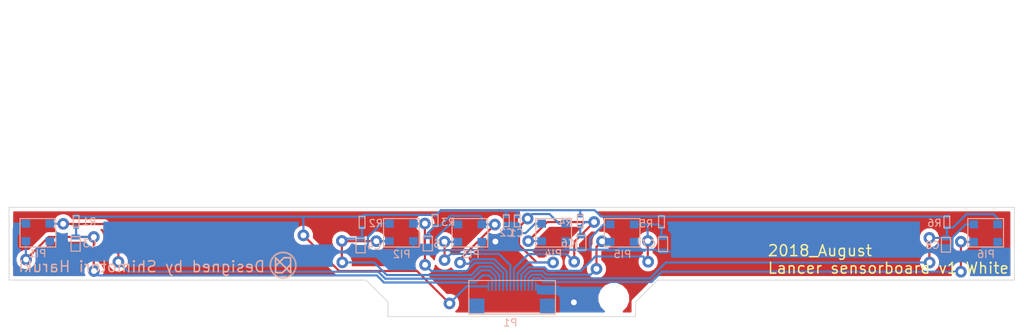
<source format=kicad_pcb>
(kicad_pcb (version 20171130) (host pcbnew "(5.0.0)")

  (general
    (thickness 1.6)
    (drawings 22)
    (tracks 336)
    (zones 0)
    (modules 24)
    (nets 15)
  )

  (page A4)
  (layers
    (0 F.Cu signal)
    (31 B.Cu signal)
    (32 B.Adhes user)
    (33 F.Adhes user)
    (34 B.Paste user)
    (35 F.Paste user)
    (36 B.SilkS user)
    (37 F.SilkS user)
    (38 B.Mask user)
    (39 F.Mask user)
    (40 Dwgs.User user)
    (41 Cmts.User user)
    (42 Eco1.User user)
    (43 Eco2.User user)
    (44 Edge.Cuts user)
    (45 Margin user)
    (46 B.CrtYd user)
    (47 F.CrtYd user)
    (48 B.Fab user)
    (49 F.Fab user)
  )

  (setup
    (last_trace_width 0.25)
    (user_trace_width 0.25)
    (user_trace_width 0.29)
    (user_trace_width 0.3)
    (user_trace_width 0.5)
    (trace_clearance 0.2)
    (zone_clearance 0.508)
    (zone_45_only no)
    (trace_min 0.2)
    (segment_width 0.2)
    (edge_width 0.15)
    (via_size 0.8)
    (via_drill 0.5)
    (via_min_size 0.8)
    (via_min_drill 0.4)
    (user_via 1.6 0.8)
    (user_via 2 1)
    (uvia_size 0.3)
    (uvia_drill 0.1)
    (uvias_allowed no)
    (uvia_min_size 0.2)
    (uvia_min_drill 0.1)
    (pcb_text_width 0.3)
    (pcb_text_size 1.5 1.5)
    (mod_edge_width 0.15)
    (mod_text_size 1 1)
    (mod_text_width 0.15)
    (pad_size 1.524 1.524)
    (pad_drill 0.762)
    (pad_to_mask_clearance 0.2)
    (aux_axis_origin 85.9 112)
    (visible_elements 7FFFFFFF)
    (pcbplotparams
      (layerselection 0x010f0_ffffffff)
      (usegerberextensions true)
      (usegerberattributes false)
      (usegerberadvancedattributes false)
      (creategerberjobfile false)
      (excludeedgelayer true)
      (linewidth 0.100000)
      (plotframeref false)
      (viasonmask false)
      (mode 1)
      (useauxorigin false)
      (hpglpennumber 1)
      (hpglpenspeed 20)
      (hpglpendiameter 15.000000)
      (psnegative false)
      (psa4output false)
      (plotreference true)
      (plotvalue true)
      (plotinvisibletext false)
      (padsonsilk false)
      (subtractmaskfromsilk false)
      (outputformat 1)
      (mirror false)
      (drillshape 0)
      (scaleselection 1)
      (outputdirectory "C:/_underbird_file/circuit/2018_lancer/lancer_sensorbord_v1_white/gerber/"))
  )

  (net 0 "")
  (net 1 +3V3)
  (net 2 GND)
  (net 3 ANALOG_SEN1)
  (net 4 ANALOG_SEN2)
  (net 5 ANALOG_SEN3)
  (net 6 ANALOG_SEN4)
  (net 7 ANALOG_SEN5)
  (net 8 ANALOG_SEN6)
  (net 9 VR1)
  (net 10 VR2)
  (net 11 VR3)
  (net 12 VR4)
  (net 13 VR5)
  (net 14 VR6)

  (net_class Default "これは標準のネット クラスです。"
    (clearance 0.2)
    (trace_width 0.25)
    (via_dia 0.8)
    (via_drill 0.5)
    (uvia_dia 0.3)
    (uvia_drill 0.1)
    (add_net +3V3)
    (add_net ANALOG_SEN1)
    (add_net ANALOG_SEN2)
    (add_net ANALOG_SEN3)
    (add_net ANALOG_SEN4)
    (add_net ANALOG_SEN5)
    (add_net ANALOG_SEN6)
    (add_net GND)
    (add_net VR1)
    (add_net VR2)
    (add_net VR3)
    (add_net VR4)
    (add_net VR5)
    (add_net VR6)
  )

  (module R_1608_HandSoldering:R_1608_HandSoldering (layer B.Cu) (tedit 5B63C7CD) (tstamp 5B25F956)
    (at 142.075 93.7 270)
    (path /5B26770B)
    (fp_text reference R3 (at 2.4 -0.2 180) (layer B.SilkS)
      (effects (font (size 1 1) (thickness 0.15)) (justify mirror))
    )
    (fp_text value 100k (at 0.7 1.5 180) (layer B.Fab)
      (effects (font (size 1 1) (thickness 0.15)) (justify mirror))
    )
    (fp_line (start 2.95 2) (end 2.95 1.2) (layer B.SilkS) (width 0.15))
    (fp_line (start 1.35 1.2) (end 2.95 1.2) (layer B.SilkS) (width 0.15))
    (fp_line (start 1.35 2) (end 1.35 1.2) (layer B.SilkS) (width 0.15))
    (fp_line (start 1.35 2) (end 2.95 2) (layer B.SilkS) (width 0.15))
    (pad 1 smd rect (at 1.4 1.6 270) (size 0.5 0.8) (layers B.Cu B.Paste B.Mask)
      (net 1 +3V3))
    (pad 2 smd rect (at 2.9 1.6 270) (size 0.5 0.8) (layers B.Cu B.Paste B.Mask)
      (net 5 ANALOG_SEN3))
  )

  (module GP2S700HCP:GP2S700HCP (layer F.Cu) (tedit 5B6435E7) (tstamp 5B25F92C)
    (at 151.8 102.3)
    (path /5B1E5688)
    (fp_text reference PI4 (at 4.9 -1.9) (layer B.SilkS)
      (effects (font (size 1 1) (thickness 0.15)) (justify mirror))
    )
    (fp_text value GP2S700HCP (at 5 -8.1) (layer F.Fab)
      (effects (font (size 1 1) (thickness 0.15)))
    )
    (fp_line (start 2.5 -2.8) (end 2.5 -6.7) (layer B.SilkS) (width 0.15))
    (fp_line (start 7.4 -2.8) (end 2.5 -2.8) (layer B.SilkS) (width 0.15))
    (fp_line (start 7.4 -6.7) (end 7.4 -2.8) (layer B.SilkS) (width 0.15))
    (fp_line (start 2.5 -6.7) (end 7.4 -6.7) (layer B.SilkS) (width 0.15))
    (pad 3 smd rect (at 6.6 -3.6) (size 1.2 1.1) (layers B.Cu B.Paste B.Mask)
      (net 2 GND))
    (pad 2 smd rect (at 3.3 -3.6) (size 1.2 1.1) (layers B.Cu B.Paste B.Mask)
      (net 6 ANALOG_SEN4))
    (pad 4 smd rect (at 6.6 -6) (size 1.2 1.1) (layers B.Cu B.Paste B.Mask)
      (net 12 VR4))
    (pad 1 smd rect (at 3.3 -6) (size 1.2 1.1) (layers B.Cu B.Paste B.Mask)
      (net 2 GND))
  )

  (module GP2S700HCP:GP2S700HCP (layer F.Cu) (tedit 5B6435EF) (tstamp 5B25F920)
    (at 150.2 92.8 180)
    (path /5B1CEE93)
    (fp_text reference PI3 (at 4.8 -7.7 180) (layer B.SilkS)
      (effects (font (size 1 1) (thickness 0.15)) (justify mirror))
    )
    (fp_text value GP2S700HCP (at 3.6 -1.5 180) (layer F.Fab)
      (effects (font (size 1 1) (thickness 0.15)))
    )
    (fp_line (start 2.5 -2.8) (end 2.5 -6.7) (layer B.SilkS) (width 0.15))
    (fp_line (start 7.4 -2.8) (end 2.5 -2.8) (layer B.SilkS) (width 0.15))
    (fp_line (start 7.4 -6.7) (end 7.4 -2.8) (layer B.SilkS) (width 0.15))
    (fp_line (start 2.5 -6.7) (end 7.4 -6.7) (layer B.SilkS) (width 0.15))
    (pad 3 smd rect (at 6.6 -3.6 180) (size 1.2 1.1) (layers B.Cu B.Paste B.Mask)
      (net 2 GND))
    (pad 2 smd rect (at 3.3 -3.6 180) (size 1.2 1.1) (layers B.Cu B.Paste B.Mask)
      (net 5 ANALOG_SEN3))
    (pad 4 smd rect (at 6.6 -6 180) (size 1.2 1.1) (layers B.Cu B.Paste B.Mask)
      (net 11 VR3))
    (pad 1 smd rect (at 3.3 -6 180) (size 1.2 1.1) (layers B.Cu B.Paste B.Mask)
      (net 2 GND))
  )

  (module GP2S700HCP:GP2S700HCP (layer F.Cu) (tedit 5B6435F3) (tstamp 5B25F914)
    (at 130.9 102.3)
    (path /5B1E5E28)
    (fp_text reference PI2 (at 5 -1.8) (layer B.SilkS)
      (effects (font (size 1 1) (thickness 0.15)) (justify mirror))
    )
    (fp_text value GP2S700HCP (at 4.8 -8) (layer F.Fab)
      (effects (font (size 1 1) (thickness 0.15)))
    )
    (fp_line (start 2.5 -2.8) (end 2.5 -6.7) (layer B.SilkS) (width 0.15))
    (fp_line (start 7.4 -2.8) (end 2.5 -2.8) (layer B.SilkS) (width 0.15))
    (fp_line (start 7.4 -6.7) (end 7.4 -2.8) (layer B.SilkS) (width 0.15))
    (fp_line (start 2.5 -6.7) (end 7.4 -6.7) (layer B.SilkS) (width 0.15))
    (pad 3 smd rect (at 6.6 -3.6) (size 1.2 1.1) (layers B.Cu B.Paste B.Mask)
      (net 2 GND))
    (pad 2 smd rect (at 3.3 -3.6) (size 1.2 1.1) (layers B.Cu B.Paste B.Mask)
      (net 4 ANALOG_SEN2))
    (pad 4 smd rect (at 6.6 -6) (size 1.2 1.1) (layers B.Cu B.Paste B.Mask)
      (net 10 VR2))
    (pad 1 smd rect (at 3.3 -6) (size 1.2 1.1) (layers B.Cu B.Paste B.Mask)
      (net 2 GND))
  )

  (module GP2S700HCP:GP2S700HCP (layer F.Cu) (tedit 5B6435E3) (tstamp 5B25F938)
    (at 171.1 92.8 180)
    (path /5B1E5878)
    (fp_text reference PI5 (at 4.9 -7.7 180) (layer B.SilkS)
      (effects (font (size 1 1) (thickness 0.15)) (justify mirror))
    )
    (fp_text value GP2S700HCP (at 3.7 -1.5 180) (layer F.Fab)
      (effects (font (size 1 1) (thickness 0.15)))
    )
    (fp_line (start 2.5 -2.8) (end 2.5 -6.7) (layer B.SilkS) (width 0.15))
    (fp_line (start 7.4 -2.8) (end 2.5 -2.8) (layer B.SilkS) (width 0.15))
    (fp_line (start 7.4 -6.7) (end 7.4 -2.8) (layer B.SilkS) (width 0.15))
    (fp_line (start 2.5 -6.7) (end 7.4 -6.7) (layer B.SilkS) (width 0.15))
    (pad 3 smd rect (at 6.6 -3.6 180) (size 1.2 1.1) (layers B.Cu B.Paste B.Mask)
      (net 2 GND))
    (pad 2 smd rect (at 3.3 -3.6 180) (size 1.2 1.1) (layers B.Cu B.Paste B.Mask)
      (net 7 ANALOG_SEN5))
    (pad 4 smd rect (at 6.6 -6 180) (size 1.2 1.1) (layers B.Cu B.Paste B.Mask)
      (net 13 VR5))
    (pad 1 smd rect (at 3.3 -6 180) (size 1.2 1.1) (layers B.Cu B.Paste B.Mask)
      (net 2 GND))
  )

  (module GP2S700HCP:GP2S700HCP (layer F.Cu) (tedit 5B6435EC) (tstamp 5B25F944)
    (at 221 92.8 180)
    (path /5B1E5A02)
    (fp_text reference PI6 (at 4.9 -7.7 180) (layer B.SilkS)
      (effects (font (size 1 1) (thickness 0.15)) (justify mirror))
    )
    (fp_text value GP2S700HCP (at 4.7 -1.2 180) (layer F.Fab)
      (effects (font (size 1 1) (thickness 0.15)))
    )
    (fp_line (start 2.5 -2.8) (end 2.5 -6.7) (layer B.SilkS) (width 0.15))
    (fp_line (start 7.4 -2.8) (end 2.5 -2.8) (layer B.SilkS) (width 0.15))
    (fp_line (start 7.4 -6.7) (end 7.4 -2.8) (layer B.SilkS) (width 0.15))
    (fp_line (start 2.5 -6.7) (end 7.4 -6.7) (layer B.SilkS) (width 0.15))
    (pad 3 smd rect (at 6.6 -3.6 180) (size 1.2 1.1) (layers B.Cu B.Paste B.Mask)
      (net 2 GND))
    (pad 2 smd rect (at 3.3 -3.6 180) (size 1.2 1.1) (layers B.Cu B.Paste B.Mask)
      (net 8 ANALOG_SEN6))
    (pad 4 smd rect (at 6.6 -6 180) (size 1.2 1.1) (layers B.Cu B.Paste B.Mask)
      (net 14 VR6))
    (pad 1 smd rect (at 3.3 -6 180) (size 1.2 1.1) (layers B.Cu B.Paste B.Mask)
      (net 2 GND))
  )

  (module GP2S700HCP:GP2S700HCP (layer F.Cu) (tedit 5B6435F8) (tstamp 5B25F908)
    (at 81 102.3)
    (path /5B1E5DF2)
    (fp_text reference PI1 (at 4.9 -1.9) (layer B.SilkS)
      (effects (font (size 1 1) (thickness 0.15)) (justify mirror))
    )
    (fp_text value GP2S700HCP (at 4.8 -8.6) (layer F.Fab)
      (effects (font (size 1 1) (thickness 0.15)))
    )
    (fp_line (start 2.5 -2.8) (end 2.5 -6.7) (layer B.SilkS) (width 0.15))
    (fp_line (start 7.4 -2.8) (end 2.5 -2.8) (layer B.SilkS) (width 0.15))
    (fp_line (start 7.4 -6.7) (end 7.4 -2.8) (layer B.SilkS) (width 0.15))
    (fp_line (start 2.5 -6.7) (end 7.4 -6.7) (layer B.SilkS) (width 0.15))
    (pad 3 smd rect (at 6.6 -3.6) (size 1.2 1.1) (layers B.Cu B.Paste B.Mask)
      (net 2 GND))
    (pad 2 smd rect (at 3.3 -3.6) (size 1.2 1.1) (layers B.Cu B.Paste B.Mask)
      (net 3 ANALOG_SEN1))
    (pad 4 smd rect (at 6.6 -6) (size 1.2 1.1) (layers B.Cu B.Paste B.Mask)
      (net 9 VR1))
    (pad 1 smd rect (at 3.3 -6) (size 1.2 1.1) (layers B.Cu B.Paste B.Mask)
      (net 2 GND))
  )

  (module C_2012_HandSolderring_0.1u:C_2012_HandSolderring_0.1u (layer B.Cu) (tedit 5B63C7E2) (tstamp 5B25F8C4)
    (at 141.425 96.675 270)
    (path /5B1CF931)
    (fp_text reference C5 (at 2.4 0.2 180) (layer B.SilkS)
      (effects (font (size 1 1) (thickness 0.15)) (justify mirror))
    )
    (fp_text value 1000p (at 4.3 2 180) (layer B.Fab)
      (effects (font (size 1 1) (thickness 0.15)) (justify mirror))
    )
    (fp_line (start 1.35 2.575) (end 1.35 1.325) (layer B.SilkS) (width 0.15))
    (fp_line (start 1.35 1.325) (end 3.35 1.325) (layer B.SilkS) (width 0.15))
    (fp_line (start 3.35 2.575) (end 3.35 1.325) (layer B.SilkS) (width 0.15))
    (fp_line (start 1.35 2.575) (end 3.35 2.575) (layer B.SilkS) (width 0.15))
    (pad 1 smd rect (at 1.4 1.95 270) (size 0.7 1.1) (layers B.Cu B.Paste B.Mask)
      (net 5 ANALOG_SEN3))
    (pad 2 smd rect (at 3.3 1.95 270) (size 0.7 1.1) (layers B.Cu B.Paste B.Mask)
      (net 2 GND))
  )

  (module C_1608_HandSolderring_1000pF:C_1608_HandSolderring_1000pF (layer B.Cu) (tedit 5B63C806) (tstamp 5B25F89C)
    (at 152.65 94.575 270)
    (path /5B1E3960)
    (fp_text reference C1 (at 3 1 180) (layer B.SilkS)
      (effects (font (size 1 1) (thickness 0.15)) (justify mirror))
    )
    (fp_text value 0.1u (at -0.5 0.9 180) (layer B.Fab)
      (effects (font (size 1 1) (thickness 0.15)) (justify mirror))
    )
    (fp_line (start 0.55 0.5) (end 2.15 0.5) (layer B.SilkS) (width 0.15))
    (fp_line (start 0.55 1.3) (end 0.55 0.5) (layer B.SilkS) (width 0.15))
    (fp_line (start 0.55 1.3) (end 2.15 1.3) (layer B.SilkS) (width 0.15))
    (fp_line (start 2.15 1.3) (end 2.15 0.5) (layer B.SilkS) (width 0.15))
    (pad 1 smd rect (at 0.625 0.9 270) (size 0.7 0.8) (layers B.Cu B.Paste B.Mask)
      (net 1 +3V3))
    (pad 2 smd rect (at 2.125 0.9 270) (size 0.7 0.8) (layers B.Cu B.Paste B.Mask)
      (net 2 GND))
  )

  (module C_1608_HandSolderring_1000pF:C_1608_HandSolderring_1000pF (layer B.Cu) (tedit 5B63C7E9) (tstamp 5B25F8A6)
    (at 151.15 94.55 270)
    (path /5B1E3987)
    (fp_text reference C2 (at 3 0.9 180) (layer B.SilkS)
      (effects (font (size 1 1) (thickness 0.15)) (justify mirror))
    )
    (fp_text value 0.1u (at -0.6 1.5 180) (layer B.Fab)
      (effects (font (size 1 1) (thickness 0.15)) (justify mirror))
    )
    (fp_line (start 0.55 0.5) (end 2.15 0.5) (layer B.SilkS) (width 0.15))
    (fp_line (start 0.55 1.3) (end 0.55 0.5) (layer B.SilkS) (width 0.15))
    (fp_line (start 0.55 1.3) (end 2.15 1.3) (layer B.SilkS) (width 0.15))
    (fp_line (start 2.15 1.3) (end 2.15 0.5) (layer B.SilkS) (width 0.15))
    (pad 1 smd rect (at 0.625 0.9 270) (size 0.7 0.8) (layers B.Cu B.Paste B.Mask)
      (net 1 +3V3))
    (pad 2 smd rect (at 2.125 0.9 270) (size 0.7 0.8) (layers B.Cu B.Paste B.Mask)
      (net 2 GND))
  )

  (module C_2012_HandSolderring_0.1u:C_2012_HandSolderring_0.1u (layer B.Cu) (tedit 5B63C794) (tstamp 5B25F8B0)
    (at 93.075 96.725 270)
    (path /5B1E5E12)
    (fp_text reference C3 (at 2.3 0 180) (layer B.SilkS)
      (effects (font (size 1 1) (thickness 0.15)) (justify mirror))
    )
    (fp_text value 1000p (at 2.5 5.1 180) (layer B.Fab)
      (effects (font (size 1 1) (thickness 0.15)) (justify mirror))
    )
    (fp_line (start 1.35 2.575) (end 1.35 1.325) (layer B.SilkS) (width 0.15))
    (fp_line (start 1.35 1.325) (end 3.35 1.325) (layer B.SilkS) (width 0.15))
    (fp_line (start 3.35 2.575) (end 3.35 1.325) (layer B.SilkS) (width 0.15))
    (fp_line (start 1.35 2.575) (end 3.35 2.575) (layer B.SilkS) (width 0.15))
    (pad 1 smd rect (at 1.4 1.95 270) (size 0.7 1.1) (layers B.Cu B.Paste B.Mask)
      (net 3 ANALOG_SEN1))
    (pad 2 smd rect (at 3.3 1.95 270) (size 0.7 1.1) (layers B.Cu B.Paste B.Mask)
      (net 2 GND))
  )

  (module C_2012_HandSolderring_0.1u:C_2012_HandSolderring_0.1u (layer B.Cu) (tedit 5B63C7B0) (tstamp 5B63C6B3)
    (at 132.2 96.95 270)
    (path /5B1E5E48)
    (fp_text reference C4 (at 2.4 0.1 180) (layer B.SilkS)
      (effects (font (size 1 1) (thickness 0.15)) (justify mirror))
    )
    (fp_text value 1000p (at 2.2 -3.2 180) (layer B.Fab)
      (effects (font (size 1 1) (thickness 0.15)) (justify mirror))
    )
    (fp_line (start 1.35 2.575) (end 1.35 1.325) (layer B.SilkS) (width 0.15))
    (fp_line (start 1.35 1.325) (end 3.35 1.325) (layer B.SilkS) (width 0.15))
    (fp_line (start 3.35 2.575) (end 3.35 1.325) (layer B.SilkS) (width 0.15))
    (fp_line (start 1.35 2.575) (end 3.35 2.575) (layer B.SilkS) (width 0.15))
    (pad 1 smd rect (at 1.4 1.95 270) (size 0.7 1.1) (layers B.Cu B.Paste B.Mask)
      (net 4 ANALOG_SEN2))
    (pad 2 smd rect (at 3.3 1.95 270) (size 0.7 1.1) (layers B.Cu B.Paste B.Mask)
      (net 2 GND))
  )

  (module C_2012_HandSolderring_0.1u:C_2012_HandSolderring_0.1u (layer B.Cu) (tedit 5B63C7F8) (tstamp 5B25F8CE)
    (at 162.5 96.575 270)
    (path /5B1E56A8)
    (fp_text reference C6 (at 2.4 3.8 180) (layer B.SilkS)
      (effects (font (size 1 1) (thickness 0.15)) (justify mirror))
    )
    (fp_text value 1000p (at 4.2 2.2 180) (layer B.Fab)
      (effects (font (size 1 1) (thickness 0.15)) (justify mirror))
    )
    (fp_line (start 1.35 2.575) (end 1.35 1.325) (layer B.SilkS) (width 0.15))
    (fp_line (start 1.35 1.325) (end 3.35 1.325) (layer B.SilkS) (width 0.15))
    (fp_line (start 3.35 2.575) (end 3.35 1.325) (layer B.SilkS) (width 0.15))
    (fp_line (start 1.35 2.575) (end 3.35 2.575) (layer B.SilkS) (width 0.15))
    (pad 1 smd rect (at 1.4 1.95 270) (size 0.7 1.1) (layers B.Cu B.Paste B.Mask)
      (net 6 ANALOG_SEN4))
    (pad 2 smd rect (at 3.3 1.95 270) (size 0.7 1.1) (layers B.Cu B.Paste B.Mask)
      (net 2 GND))
  )

  (module C_2012_HandSolderring_0.1u:C_2012_HandSolderring_0.1u (layer B.Cu) (tedit 5B63C826) (tstamp 5B25F8D8)
    (at 173.725 96.775 270)
    (path /5B1E5898)
    (fp_text reference C7 (at 2.3 3.9 180) (layer B.SilkS)
      (effects (font (size 1 1) (thickness 0.15)) (justify mirror))
    )
    (fp_text value 1000p (at 2.2 7.5 180) (layer B.Fab)
      (effects (font (size 1 1) (thickness 0.15)) (justify mirror))
    )
    (fp_line (start 1.35 2.575) (end 1.35 1.325) (layer B.SilkS) (width 0.15))
    (fp_line (start 1.35 1.325) (end 3.35 1.325) (layer B.SilkS) (width 0.15))
    (fp_line (start 3.35 2.575) (end 3.35 1.325) (layer B.SilkS) (width 0.15))
    (fp_line (start 1.35 2.575) (end 3.35 2.575) (layer B.SilkS) (width 0.15))
    (pad 1 smd rect (at 1.4 1.95 270) (size 0.7 1.1) (layers B.Cu B.Paste B.Mask)
      (net 7 ANALOG_SEN5))
    (pad 2 smd rect (at 3.3 1.95 270) (size 0.7 1.1) (layers B.Cu B.Paste B.Mask)
      (net 2 GND))
  )

  (module C_2012_HandSolderring_0.1u:C_2012_HandSolderring_0.1u (layer B.Cu) (tedit 5B63C833) (tstamp 5B25F8E2)
    (at 212.55 96.85 270)
    (path /5B1E5A22)
    (fp_text reference C8 (at 2.4 3.8 180) (layer B.SilkS)
      (effects (font (size 1 1) (thickness 0.15)) (justify mirror))
    )
    (fp_text value 1000p (at 2.5 -1.3 180) (layer B.Fab)
      (effects (font (size 1 1) (thickness 0.15)) (justify mirror))
    )
    (fp_line (start 1.35 2.575) (end 1.35 1.325) (layer B.SilkS) (width 0.15))
    (fp_line (start 1.35 1.325) (end 3.35 1.325) (layer B.SilkS) (width 0.15))
    (fp_line (start 3.35 2.575) (end 3.35 1.325) (layer B.SilkS) (width 0.15))
    (fp_line (start 1.35 2.575) (end 3.35 2.575) (layer B.SilkS) (width 0.15))
    (pad 1 smd rect (at 1.4 1.95 270) (size 0.7 1.1) (layers B.Cu B.Paste B.Mask)
      (net 8 ANALOG_SEN6))
    (pad 2 smd rect (at 3.3 1.95 270) (size 0.7 1.1) (layers B.Cu B.Paste B.Mask)
      (net 2 GND))
  )

  (module R_1608_HandSoldering:R_1608_HandSoldering (layer B.Cu) (tedit 5B63C77B) (tstamp 5B25F94A)
    (at 92.8 93.85 270)
    (path /5B267697)
    (fp_text reference R1 (at 2.2 -0.2 180) (layer B.SilkS)
      (effects (font (size 1 1) (thickness 0.15)) (justify mirror))
    )
    (fp_text value 100k (at 2.1 4.3 180) (layer B.Fab)
      (effects (font (size 1 1) (thickness 0.15)) (justify mirror))
    )
    (fp_line (start 2.95 2) (end 2.95 1.2) (layer B.SilkS) (width 0.15))
    (fp_line (start 1.35 1.2) (end 2.95 1.2) (layer B.SilkS) (width 0.15))
    (fp_line (start 1.35 2) (end 1.35 1.2) (layer B.SilkS) (width 0.15))
    (fp_line (start 1.35 2) (end 2.95 2) (layer B.SilkS) (width 0.15))
    (pad 1 smd rect (at 1.4 1.6 270) (size 0.5 0.8) (layers B.Cu B.Paste B.Mask)
      (net 1 +3V3))
    (pad 2 smd rect (at 2.9 1.6 270) (size 0.5 0.8) (layers B.Cu B.Paste B.Mask)
      (net 3 ANALOG_SEN1))
  )

  (module R_1608_HandSoldering:R_1608_HandSoldering (layer B.Cu) (tedit 5B63C79C) (tstamp 5B25F950)
    (at 132.05 93.95 270)
    (path /5B2676D4)
    (fp_text reference R2 (at 2.3 -0.3 180) (layer B.SilkS)
      (effects (font (size 1 1) (thickness 0.15)) (justify mirror))
    )
    (fp_text value 100k (at 2.3 -3.3 180) (layer B.Fab)
      (effects (font (size 1 1) (thickness 0.15)) (justify mirror))
    )
    (fp_line (start 2.95 2) (end 2.95 1.2) (layer B.SilkS) (width 0.15))
    (fp_line (start 1.35 1.2) (end 2.95 1.2) (layer B.SilkS) (width 0.15))
    (fp_line (start 1.35 2) (end 1.35 1.2) (layer B.SilkS) (width 0.15))
    (fp_line (start 1.35 2) (end 2.95 2) (layer B.SilkS) (width 0.15))
    (pad 1 smd rect (at 1.4 1.6 270) (size 0.5 0.8) (layers B.Cu B.Paste B.Mask)
      (net 1 +3V3))
    (pad 2 smd rect (at 2.9 1.6 270) (size 0.5 0.8) (layers B.Cu B.Paste B.Mask)
      (net 4 ANALOG_SEN2))
  )

  (module R_1608_HandSoldering:R_1608_HandSoldering (layer B.Cu) (tedit 5B63C6AD) (tstamp 5B25F95C)
    (at 162 93.8 270)
    (path /5B267744)
    (fp_text reference R4 (at 2.3 3.6 180) (layer B.SilkS)
      (effects (font (size 1 1) (thickness 0.15)) (justify mirror))
    )
    (fp_text value 100k (at 0.1 1.7) (layer B.Fab)
      (effects (font (size 1 1) (thickness 0.15)) (justify mirror))
    )
    (fp_line (start 2.95 2) (end 2.95 1.2) (layer B.SilkS) (width 0.15))
    (fp_line (start 1.35 1.2) (end 2.95 1.2) (layer B.SilkS) (width 0.15))
    (fp_line (start 1.35 2) (end 1.35 1.2) (layer B.SilkS) (width 0.15))
    (fp_line (start 1.35 2) (end 2.95 2) (layer B.SilkS) (width 0.15))
    (pad 1 smd rect (at 1.4 1.6 270) (size 0.5 0.8) (layers B.Cu B.Paste B.Mask)
      (net 1 +3V3))
    (pad 2 smd rect (at 2.9 1.6 270) (size 0.5 0.8) (layers B.Cu B.Paste B.Mask)
      (net 6 ANALOG_SEN4))
  )

  (module R_1608_HandSoldering:R_1608_HandSoldering (layer B.Cu) (tedit 5B63C821) (tstamp 5B25F962)
    (at 173.15 93.9 270)
    (path /5B26777F)
    (fp_text reference R5 (at 2.4 3.7 180) (layer B.SilkS)
      (effects (font (size 1 1) (thickness 0.15)) (justify mirror))
    )
    (fp_text value 100k (at 2.3 6.8 180) (layer B.Fab)
      (effects (font (size 1 1) (thickness 0.15)) (justify mirror))
    )
    (fp_line (start 2.95 2) (end 2.95 1.2) (layer B.SilkS) (width 0.15))
    (fp_line (start 1.35 1.2) (end 2.95 1.2) (layer B.SilkS) (width 0.15))
    (fp_line (start 1.35 2) (end 1.35 1.2) (layer B.SilkS) (width 0.15))
    (fp_line (start 1.35 2) (end 2.95 2) (layer B.SilkS) (width 0.15))
    (pad 1 smd rect (at 1.4 1.6 270) (size 0.5 0.8) (layers B.Cu B.Paste B.Mask)
      (net 1 +3V3))
    (pad 2 smd rect (at 2.9 1.6 270) (size 0.5 0.8) (layers B.Cu B.Paste B.Mask)
      (net 7 ANALOG_SEN5))
  )

  (module R_1608_HandSoldering:R_1608_HandSoldering (layer B.Cu) (tedit 5B63C82E) (tstamp 5B25F968)
    (at 212.325 93.925 270)
    (path /5B2677E4)
    (fp_text reference R6 (at 2.3 3.3 180) (layer B.SilkS)
      (effects (font (size 1 1) (thickness 0.15)) (justify mirror))
    )
    (fp_text value 100k (at 2.2 -1.2 180) (layer B.Fab)
      (effects (font (size 1 1) (thickness 0.15)) (justify mirror))
    )
    (fp_line (start 2.95 2) (end 2.95 1.2) (layer B.SilkS) (width 0.15))
    (fp_line (start 1.35 1.2) (end 2.95 1.2) (layer B.SilkS) (width 0.15))
    (fp_line (start 1.35 2) (end 1.35 1.2) (layer B.SilkS) (width 0.15))
    (fp_line (start 1.35 2) (end 2.95 2) (layer B.SilkS) (width 0.15))
    (pad 1 smd rect (at 1.4 1.6 270) (size 0.5 0.8) (layers B.Cu B.Paste B.Mask)
      (net 1 +3V3))
    (pad 2 smd rect (at 2.9 1.6 270) (size 0.5 0.8) (layers B.Cu B.Paste B.Mask)
      (net 8 ANALOG_SEN6))
  )

  (module Mounting_Holes:MountingHole_3.2mm_M3 (layer F.Cu) (tedit 5B82469E) (tstamp 5B67C570)
    (at 165 106.55)
    (descr "Mounting Hole 3.2mm, no annular, M3")
    (tags "mounting hole 3.2mm no annular m3")
    (attr virtual)
    (fp_text reference REF** (at 0 -4.2) (layer Cmts.User)
      (effects (font (size 1 1) (thickness 0.15)))
    )
    (fp_text value MountingHole_3.2mm_M3 (at 0 4.2) (layer F.Fab)
      (effects (font (size 1 1) (thickness 0.15)))
    )
    (fp_text user %R (at 0.3 0) (layer F.Fab)
      (effects (font (size 1 1) (thickness 0.15)))
    )
    (fp_circle (center 0 0) (end 3.2 0) (layer Cmts.User) (width 0.15))
    (fp_circle (center 0 0) (end 3.45 0) (layer F.CrtYd) (width 0.05))
    (pad 1 np_thru_hole circle (at 0 0) (size 3.2 3.2) (drill 3.2) (layers *.Cu *.Mask))
  )

  (module Mounting_Holes:MountingHole_3.2mm_M3 (layer F.Cu) (tedit 5B8246A4) (tstamp 5B67C686)
    (at 137 106.55)
    (descr "Mounting Hole 3.2mm, no annular, M3")
    (tags "mounting hole 3.2mm no annular m3")
    (attr virtual)
    (fp_text reference REF** (at 0 -4.2) (layer Cmts.User)
      (effects (font (size 1 1) (thickness 0.15)))
    )
    (fp_text value MountingHole_3.2mm_M3 (at 0 4.2) (layer F.Fab)
      (effects (font (size 1 1) (thickness 0.15)))
    )
    (fp_text user %R (at 0.3 0) (layer F.Fab)
      (effects (font (size 1 1) (thickness 0.15)))
    )
    (fp_circle (center 0 0) (end 3.2 0) (layer Cmts.User) (width 0.15))
    (fp_circle (center 0 0) (end 3.45 0) (layer F.CrtYd) (width 0.05))
    (pad 1 np_thru_hole circle (at 0 0) (size 3.2 3.2) (drill 3.2) (layers *.Cu *.Mask))
  )

  (module sh:sh_3500 (layer B.Cu) (tedit 0) (tstamp 5B8123C6)
    (at 119.6 102)
    (fp_text reference G*** (at 0 0) (layer B.SilkS) hide
      (effects (font (size 1.524 1.524) (thickness 0.3)) (justify mirror))
    )
    (fp_text value LOGO (at 0.75 0) (layer B.SilkS) hide
      (effects (font (size 1.524 1.524) (thickness 0.3)) (justify mirror))
    )
    (fp_poly (pts (xy -0.483588 1.150169) (xy -0.404446 1.149914) (xy -0.330428 1.149508) (xy -0.262798 1.148965)
      (xy -0.202818 1.148301) (xy -0.151753 1.14753) (xy -0.110865 1.146668) (xy -0.081418 1.145728)
      (xy -0.064675 1.144727) (xy -0.061686 1.144279) (xy -0.051425 1.13815) (xy -0.032735 1.122974)
      (xy -0.005367 1.098517) (xy 0.030928 1.064545) (xy 0.076397 1.020824) (xy 0.131289 0.967121)
      (xy 0.195853 0.903201) (xy 0.217846 0.8813) (xy 0.475606 0.624299) (xy 0.725846 0.875054)
      (xy 0.776122 0.925248) (xy 0.823822 0.972515) (xy 0.867865 1.015808) (xy 0.907171 1.054081)
      (xy 0.940659 1.08629) (xy 0.967248 1.111386) (xy 0.985857 1.128326) (xy 0.995406 1.136062)
      (xy 0.995682 1.136218) (xy 1.02382 1.144734) (xy 1.057048 1.145694) (xy 1.088087 1.139139)
      (xy 1.09598 1.135664) (xy 1.113646 1.122518) (xy 1.131406 1.103354) (xy 1.135534 1.097694)
      (xy 1.153885 1.070688) (xy 1.153885 0.007273) (xy 1.15388 -0.137947) (xy 1.153858 -0.269361)
      (xy 1.153811 -0.387677) (xy 1.15373 -0.493601) (xy 1.153605 -0.587843) (xy 1.15343 -0.671109)
      (xy 1.153194 -0.744108) (xy 1.152889 -0.807547) (xy 1.152506 -0.862134) (xy 1.152037 -0.908577)
      (xy 1.151472 -0.947584) (xy 1.150803 -0.979863) (xy 1.150021 -1.006121) (xy 1.149118 -1.027066)
      (xy 1.148084 -1.043407) (xy 1.146912 -1.05585) (xy 1.145591 -1.065104) (xy 1.144114 -1.071876)
      (xy 1.142471 -1.076874) (xy 1.140654 -1.080807) (xy 1.140421 -1.081247) (xy 1.123087 -1.102936)
      (xy 1.098283 -1.121469) (xy 1.095736 -1.122862) (xy 1.064517 -1.139372) (xy 0.578952 -1.139372)
      (xy 0.470961 -1.139279) (xy 0.377046 -1.138995) (xy 0.296771 -1.138513) (xy 0.2297 -1.137827)
      (xy 0.175394 -1.136928) (xy 0.133419 -1.135812) (xy 0.103337 -1.134469) (xy 0.084712 -1.132894)
      (xy 0.077537 -1.131354) (xy 0.069382 -1.12476) (xy 0.052036 -1.108902) (xy 0.02655 -1.0848)
      (xy -0.006023 -1.053472) (xy -0.044631 -1.015937) (xy -0.088222 -0.973214) (xy -0.135744 -0.926321)
      (xy -0.186144 -0.876277) (xy -0.19408 -0.86837) (xy -0.449844 -0.613404) (xy -0.705708 -0.86872)
      (xy -0.756591 -0.919244) (xy -0.804921 -0.966753) (xy -0.849626 -1.010226) (xy -0.889635 -1.048644)
      (xy -0.923876 -1.080986) (xy -0.951276 -1.106233) (xy -0.970764 -1.123363) (xy -0.981268 -1.131356)
      (xy -0.982002 -1.131704) (xy -1.015163 -1.138822) (xy -1.048355 -1.133959) (xy -1.071875 -1.124276)
      (xy -1.099341 -1.104929) (xy -1.117232 -1.078447) (xy -1.11927 -1.074079) (xy -1.121113 -1.069332)
      (xy -1.122771 -1.063492) (xy -1.124253 -1.055844) (xy -1.125569 -1.04567) (xy -1.12673 -1.032256)
      (xy -1.127745 -1.014887) (xy -1.128623 -0.992845) (xy -1.129375 -0.965416) (xy -1.130011 -0.931885)
      (xy -1.13054 -0.891535) (xy -1.130971 -0.84365) (xy -1.131316 -0.787516) (xy -1.131435 -0.758328)
      (xy -0.907143 -0.758328) (xy -0.75658 -0.607764) (xy -0.606016 -0.4572) (xy -0.60605 -0.457166)
      (xy -0.293863 -0.457166) (xy 0.163199 -0.9144) (xy 0.928914 -0.9144) (xy 0.928914 -0.148685)
      (xy 0.700296 0.079846) (xy 0.471679 0.308377) (xy 0.088908 -0.074395) (xy -0.293863 -0.457166)
      (xy -0.60605 -0.457166) (xy -0.907143 -0.156073) (xy -0.907143 -0.758328) (xy -1.131435 -0.758328)
      (xy -1.131583 -0.722416) (xy -1.131783 -0.647635) (xy -1.131925 -0.562457) (xy -1.13202 -0.466167)
      (xy -1.132076 -0.358049) (xy -1.132104 -0.237386) (xy -1.132114 -0.103465) (xy -1.132115 0.006637)
      (xy -1.132135 0.153769) (xy -1.132173 0.287085) (xy -1.132196 0.407282) (xy -1.132172 0.515058)
      (xy -1.132066 0.611112) (xy -1.131846 0.696142) (xy -1.131479 0.770844) (xy -1.130932 0.835918)
      (xy -1.130172 0.89206) (xy -1.129399 0.928914) (xy -0.907143 0.928914) (xy -0.907143 0.156113)
      (xy -0.680401 -0.070715) (xy -0.633155 -0.117898) (xy -0.589079 -0.161759) (xy -0.549225 -0.201262)
      (xy -0.514647 -0.23537) (xy -0.486398 -0.263047) (xy -0.46553 -0.283257) (xy -0.453097 -0.294962)
      (xy -0.449961 -0.297543) (xy -0.44436 -0.292539) (xy -0.429314 -0.278058) (xy -0.405629 -0.2549)
      (xy -0.374112 -0.223863) (xy -0.335569 -0.185746) (xy -0.290806 -0.141348) (xy -0.24063 -0.091466)
      (xy -0.185847 -0.036901) (xy -0.127263 0.021549) (xy -0.065685 0.083086) (xy -0.065323 0.083449)
      (xy 0.315617 0.46444) (xy 0.311842 0.468217) (xy 0.631369 0.468217) (xy 0.778261 0.321194)
      (xy 0.815976 0.283508) (xy 0.850237 0.249395) (xy 0.879742 0.22014) (xy 0.903189 0.197032)
      (xy 0.919274 0.181357) (xy 0.926695 0.174403) (xy 0.927033 0.174171) (xy 0.92744 0.181175)
      (xy 0.927816 0.20117) (xy 0.928152 0.232636) (xy 0.928439 0.274049) (xy 0.928667 0.323887)
      (xy 0.928826 0.380629) (xy 0.928906 0.442752) (xy 0.928914 0.469833) (xy 0.928914 0.765496)
      (xy 0.780142 0.616856) (xy 0.631369 0.468217) (xy 0.311842 0.468217) (xy -0.148687 0.928914)
      (xy -0.907143 0.928914) (xy -1.129399 0.928914) (xy -1.129166 0.939969) (xy -1.127881 0.980343)
      (xy -1.126283 1.013879) (xy -1.12434 1.041276) (xy -1.122019 1.063232) (xy -1.119287 1.080443)
      (xy -1.11611 1.093609) (xy -1.112456 1.103427) (xy -1.108291 1.110595) (xy -1.103583 1.11581)
      (xy -1.098299 1.119772) (xy -1.092405 1.123177) (xy -1.085868 1.126723) (xy -1.078899 1.130947)
      (xy -1.049723 1.150257) (xy -0.56659 1.150257) (xy -0.483588 1.150169)) (layer B.SilkS) (width 0.01))
    (fp_poly (pts (xy 0.113839 1.738085) (xy 0.166575 1.733601) (xy 0.204685 1.810229) (xy 0.221608 1.844039)
      (xy 0.234589 1.866733) (xy 0.246519 1.879999) (xy 0.26029 1.885525) (xy 0.278796 1.884999)
      (xy 0.304927 1.88011) (xy 0.319231 1.877086) (xy 0.359063 1.868714) (xy 0.371943 1.785765)
      (xy 0.377225 1.75287) (xy 0.381922 1.725687) (xy 0.385501 1.70716) (xy 0.387368 1.700269)
      (xy 0.395409 1.69671) (xy 0.411431 1.691555) (xy 0.412528 1.691238) (xy 0.422312 1.688914)
      (xy 0.430502 1.689585) (xy 0.439132 1.695026) (xy 0.450237 1.70701) (xy 0.465853 1.727311)
      (xy 0.486735 1.755941) (xy 0.538328 1.827129) (xy 0.590293 1.811346) (xy 0.642257 1.795562)
      (xy 0.645885 1.706223) (xy 0.649514 1.616884) (xy 0.671285 1.607585) (xy 0.680782 1.604013)
      (xy 0.689103 1.603531) (xy 0.698568 1.607576) (xy 0.7115 1.617587) (xy 0.730221 1.635)
      (xy 0.755508 1.659734) (xy 0.81796 1.721181) (xy 0.869911 1.695019) (xy 0.896016 1.681308)
      (xy 0.911224 1.671361) (xy 0.917919 1.663085) (xy 0.918485 1.654386) (xy 0.918133 1.652671)
      (xy 0.915398 1.638573) (xy 0.911176 1.614273) (xy 0.906175 1.583917) (xy 0.90357 1.567543)
      (xy 0.898682 1.535676) (xy 0.896262 1.514991) (xy 0.89652 1.502333) (xy 0.899667 1.494545)
      (xy 0.905914 1.488473) (xy 0.909011 1.486061) (xy 0.923685 1.476751) (xy 0.933407 1.473361)
      (xy 0.942182 1.477354) (xy 0.959945 1.48833) (xy 0.984059 1.504577) (xy 1.010135 1.52311)
      (xy 1.07874 1.573021) (xy 1.120987 1.541417) (xy 1.142076 1.525533) (xy 1.158259 1.513142)
      (xy 1.166329 1.506703) (xy 1.166569 1.506478) (xy 1.165715 1.498704) (xy 1.160912 1.480032)
      (xy 1.152951 1.453281) (xy 1.14289 1.42207) (xy 1.115875 1.340997) (xy 1.151769 1.305103)
      (xy 1.23146 1.345069) (xy 1.31115 1.385036) (xy 1.352012 1.344173) (xy 1.392875 1.303311)
      (xy 1.35165 1.224879) (xy 1.310426 1.146446) (xy 1.346287 1.110585) (xy 1.428596 1.136363)
      (xy 1.460848 1.14613) (xy 1.487732 1.153641) (xy 1.506431 1.158151) (xy 1.514121 1.158926)
      (xy 1.523464 1.147877) (xy 1.536634 1.130353) (xy 1.550978 1.110161) (xy 1.56384 1.091104)
      (xy 1.572566 1.076989) (xy 1.5748 1.071955) (xy 1.570735 1.06369) (xy 1.559726 1.046493)
      (xy 1.543547 1.023035) (xy 1.527628 1.00095) (xy 1.508492 0.974052) (xy 1.493118 0.950866)
      (xy 1.48329 0.934186) (xy 1.480618 0.927355) (xy 1.484881 0.915062) (xy 1.493318 0.901745)
      (xy 1.497723 0.896113) (xy 1.502357 0.892118) (xy 1.50917 0.889868) (xy 1.520112 0.889468)
      (xy 1.537132 0.891025) (xy 1.562183 0.894642) (xy 1.597212 0.900428) (xy 1.644172 0.908488)
      (xy 1.656442 0.910601) (xy 1.666929 0.911314) (xy 1.675295 0.907553) (xy 1.683907 0.896838)
      (xy 1.695126 0.87669) (xy 1.702419 0.86237) (xy 1.728438 0.810703) (xy 1.666575 0.748251)
      (xy 1.604711 0.6858) (xy 1.61471 0.662441) (xy 1.624708 0.639082) (xy 1.712933 0.637041)
      (xy 1.801159 0.635) (xy 1.833981 0.531402) (xy 1.766162 0.482862) (xy 1.739069 0.463224)
      (xy 1.716637 0.446499) (xy 1.701338 0.434562) (xy 1.695694 0.429432) (xy 1.695583 0.419685)
      (xy 1.698954 0.402817) (xy 1.699179 0.401979) (xy 1.702202 0.39235) (xy 1.706815 0.385496)
      (xy 1.715596 0.380389) (xy 1.731124 0.375997) (xy 1.75598 0.371292) (xy 1.790127 0.365668)
      (xy 1.827195 0.359647) (xy 1.852577 0.354273) (xy 1.868808 0.347304) (xy 1.878427 0.336494)
      (xy 1.883969 0.3196) (xy 1.88797 0.294379) (xy 1.89031 0.277047) (xy 1.895238 0.241216)
      (xy 1.818476 0.200042) (xy 1.786056 0.182465) (xy 1.764344 0.169804) (xy 1.751196 0.160224)
      (xy 1.744472 0.151892) (xy 1.742027 0.142973) (xy 1.741714 0.134351) (xy 1.741714 0.109836)
      (xy 1.825438 0.08228) (xy 1.909161 0.054725) (xy 1.90708 -0.002892) (xy 1.905 -0.060508)
      (xy 1.825171 -0.087063) (xy 1.745342 -0.113617) (xy 1.743107 -0.139988) (xy 1.740871 -0.166359)
      (xy 1.815678 -0.203756) (xy 1.845419 -0.218706) (xy 1.870003 -0.231218) (xy 1.886752 -0.239919)
      (xy 1.892946 -0.243385) (xy 1.893155 -0.251108) (xy 1.891328 -0.26875) (xy 1.888133 -0.29197)
      (xy 1.88424 -0.316429) (xy 1.880319 -0.337786) (xy 1.877038 -0.3517) (xy 1.875797 -0.354564)
      (xy 1.86778 -0.356982) (xy 1.848428 -0.361127) (xy 1.820734 -0.366397) (xy 1.790999 -0.37163)
      (xy 1.758465 -0.377308) (xy 1.731686 -0.382269) (xy 1.713605 -0.385947) (xy 1.707191 -0.387704)
      (xy 1.703872 -0.395488) (xy 1.698832 -0.41136) (xy 1.698495 -0.412528) (xy 1.696172 -0.422307)
      (xy 1.696841 -0.430494) (xy 1.702275 -0.439121) (xy 1.714248 -0.450221) (xy 1.734533 -0.465827)
      (xy 1.763293 -0.486804) (xy 1.834576 -0.538467) (xy 1.816518 -0.592176) (xy 1.798459 -0.645886)
      (xy 1.624899 -0.645886) (xy 1.614805 -0.669472) (xy 1.604711 -0.693057) (xy 1.666575 -0.755509)
      (xy 1.728438 -0.81796) (xy 1.702903 -0.868665) (xy 1.677369 -0.91937) (xy 1.591822 -0.905763)
      (xy 1.506276 -0.892156) (xy 1.493527 -0.908721) (xy 1.484128 -0.923481) (xy 1.480618 -0.933408)
      (xy 1.484611 -0.942189) (xy 1.495582 -0.95995) (xy 1.511818 -0.984047) (xy 1.530133 -1.009813)
      (xy 1.579808 -1.078096) (xy 1.557245 -1.107488) (xy 1.54154 -1.128399) (xy 1.527839 -1.147393)
      (xy 1.523504 -1.153713) (xy 1.512327 -1.170547) (xy 1.430291 -1.143211) (xy 1.348254 -1.115876)
      (xy 1.31236 -1.15177) (xy 1.352326 -1.23146) (xy 1.392292 -1.311151) (xy 1.310941 -1.392502)
      (xy 1.232759 -1.351208) (xy 1.154577 -1.309915) (xy 1.135652 -1.328658) (xy 1.116728 -1.347402)
      (xy 1.143193 -1.429266) (xy 1.153022 -1.461573) (xy 1.160142 -1.488779) (xy 1.163876 -1.507996)
      (xy 1.163586 -1.516305) (xy 1.149882 -1.527016) (xy 1.130927 -1.540693) (xy 1.110495 -1.554765)
      (xy 1.09236 -1.566661) (xy 1.080295 -1.573809) (xy 1.077736 -1.5748) (xy 1.07009 -1.570749)
      (xy 1.053421 -1.559773) (xy 1.030332 -1.543638) (xy 1.008207 -1.527629) (xy 0.981308 -1.508493)
      (xy 0.958123 -1.493119) (xy 0.941443 -1.48329) (xy 0.934612 -1.480619) (xy 0.922324 -1.484907)
      (xy 0.90917 -1.493319) (xy 0.901812 -1.499574) (xy 0.89761 -1.506434) (xy 0.896355 -1.517057)
      (xy 0.897839 -1.534601) (xy 0.901856 -1.562225) (xy 0.903813 -1.5748) (xy 0.908896 -1.606645)
      (xy 0.913553 -1.634534) (xy 0.917083 -1.65432) (xy 0.918217 -1.659929) (xy 0.918415 -1.66893)
      (xy 0.91288 -1.677159) (xy 0.899225 -1.686709) (xy 0.875064 -1.699669) (xy 0.869911 -1.702277)
      (xy 0.81796 -1.728439) (xy 0.75467 -1.665443) (xy 0.691381 -1.602446) (xy 0.668633 -1.61421)
      (xy 0.645885 -1.625973) (xy 0.645885 -1.79846) (xy 0.592425 -1.816434) (xy 0.538965 -1.834409)
      (xy 0.490272 -1.766377) (xy 0.470603 -1.739239) (xy 0.453846 -1.71676) (xy 0.441872 -1.701406)
      (xy 0.436689 -1.695695) (xy 0.42696 -1.695596) (xy 0.410027 -1.698965) (xy 0.408863 -1.699276)
      (xy 0.400719 -1.701389) (xy 0.394567 -1.70397) (xy 0.389782 -1.709001) (xy 0.385739 -1.718463)
      (xy 0.381812 -1.734338) (xy 0.377375 -1.758609) (xy 0.371805 -1.793256) (xy 0.364569 -1.839659)
      (xy 0.358901 -1.875917) (xy 0.305469 -1.885486) (xy 0.278988 -1.889364) (xy 0.258185 -1.890808)
      (xy 0.247028 -1.889571) (xy 0.246435 -1.889142) (xy 0.240925 -1.880645) (xy 0.230306 -1.862173)
      (xy 0.2162 -1.836606) (xy 0.20302 -1.812084) (xy 0.165206 -1.74094) (xy 0.138909 -1.743142)
      (xy 0.112611 -1.745343) (xy 0.062255 -1.908629) (xy 0.003913 -1.908608) (xy -0.054429 -1.908588)
      (xy -0.079932 -1.826965) (xy -0.105435 -1.745343) (xy -0.131693 -1.743142) (xy -0.15795 -1.74094)
      (xy -0.195764 -1.812084) (xy -0.211528 -1.841348) (xy -0.225154 -1.865908) (xy -0.235016 -1.882881)
      (xy -0.239179 -1.889142) (xy -0.248557 -1.890799) (xy -0.268173 -1.88974) (xy -0.294059 -1.886209)
      (xy -0.298213 -1.885486) (xy -0.351645 -1.875917) (xy -0.357313 -1.839659) (xy -0.36462 -1.792802)
      (xy -0.370174 -1.758283) (xy -0.374601 -1.734117) (xy -0.378526 -1.718325) (xy -0.382575 -1.708924)
      (xy -0.387371 -1.703931) (xy -0.393542 -1.701367) (xy -0.401607 -1.699276) (xy -0.418773 -1.695716)
      (xy -0.429157 -1.695569) (xy -0.429433 -1.695695) (xy -0.435365 -1.702328) (xy -0.447798 -1.718353)
      (xy -0.464861 -1.741303) (xy -0.483016 -1.766377) (xy -0.531709 -1.834409) (xy -0.585169 -1.816434)
      (xy -0.638629 -1.79846) (xy -0.638629 -1.625973) (xy -0.661377 -1.61421) (xy -0.684124 -1.602446)
      (xy -0.747414 -1.665443) (xy -0.810703 -1.728439) (xy -0.862654 -1.702277) (xy -0.888775 -1.688553)
      (xy -0.903997 -1.678585) (xy -0.910706 -1.670282) (xy -0.911287 -1.661553) (xy -0.91096 -1.659929)
      (xy -0.90827 -1.645829) (xy -0.904096 -1.621527) (xy -0.899141 -1.591168) (xy -0.896557 -1.5748)
      (xy -0.891706 -1.542922) (xy -0.889315 -1.522224) (xy -0.889592 -1.509548) (xy -0.892744 -1.501735)
      (xy -0.898979 -1.495627) (xy -0.901914 -1.493319) (xy -0.916988 -1.483949) (xy -0.927356 -1.480619)
      (xy -0.936709 -1.484639) (xy -0.954831 -1.495651) (xy -0.978932 -1.511872) (xy -1.00095 -1.527629)
      (xy -1.027386 -1.5467) (xy -1.049557 -1.562075) (xy -1.064861 -1.571987) (xy -1.07048 -1.5748)
      (xy -1.078166 -1.570936) (xy -1.093782 -1.561058) (xy -1.113554 -1.547737) (xy -1.133708 -1.533544)
      (xy -1.150471 -1.521051) (xy -1.15633 -1.516305) (xy -1.156592 -1.507783) (xy -1.152803 -1.488426)
      (xy -1.145638 -1.461123) (xy -1.135937 -1.429266) (xy -1.109472 -1.347402) (xy -1.128396 -1.328658)
      (xy -1.147321 -1.309915) (xy -1.225503 -1.351208) (xy -1.303685 -1.392502) (xy -1.385036 -1.311151)
      (xy -1.34507 -1.23146) (xy -1.305104 -1.15177) (xy -1.340998 -1.115876) (xy -1.423034 -1.143211)
      (xy -1.505071 -1.170547) (xy -1.516248 -1.153713) (xy -1.527422 -1.1378) (xy -1.542792 -1.116965)
      (xy -1.549989 -1.107488) (xy -1.572552 -1.078096) (xy -1.522876 -1.009813) (xy -1.503283 -0.982199)
      (xy -1.487361 -0.958462) (xy -1.476825 -0.941246) (xy -1.473362 -0.933408) (xy -1.477583 -0.922122)
      (xy -1.486271 -0.908721) (xy -1.499019 -0.892156) (xy -1.670113 -0.91937) (xy -1.695647 -0.868665)
      (xy -1.721182 -0.81796) (xy -1.659319 -0.755509) (xy -1.597455 -0.693057) (xy -1.607549 -0.669472)
      (xy -1.617643 -0.645886) (xy -1.791203 -0.645886) (xy -1.809261 -0.592176) (xy -1.82732 -0.538467)
      (xy -1.756036 -0.486804) (xy -1.726159 -0.464998) (xy -1.706287 -0.449638) (xy -1.694647 -0.438694)
      (xy -1.689466 -0.430131) (xy -1.68897 -0.421916) (xy -1.691239 -0.412528) (xy -1.696319 -0.396336)
      (xy -1.699812 -0.387848) (xy -1.699935 -0.387704) (xy -1.707538 -0.385685) (xy -1.726518 -0.381869)
      (xy -1.753933 -0.376821) (xy -1.783742 -0.37163) (xy -1.816405 -0.365861) (xy -1.84343 -0.360672)
      (xy -1.861828 -0.356667) (xy -1.868541 -0.354564) (xy -1.871217 -0.3463) (xy -1.874885 -0.328312)
      (xy -1.878876 -0.304942) (xy -1.882521 -0.28053) (xy -1.885151 -0.259415) (xy -1.886095 -0.24594)
      (xy -1.88569 -0.243385) (xy -1.878603 -0.239447) (xy -1.861197 -0.230423) (xy -1.83615 -0.217688)
      (xy -1.808422 -0.203756) (xy -1.733615 -0.166359) (xy -1.73585 -0.139988) (xy -1.738086 -0.113617)
      (xy -1.817915 -0.087063) (xy -1.897743 -0.060508) (xy -1.899824 -0.002892) (xy -1.899928 0)
      (xy -1.635923 0) (xy -1.635042 -0.07924) (xy -1.632436 -0.147542) (xy -1.627645 -0.208431)
      (xy -1.620207 -0.265427) (xy -1.609663 -0.322054) (xy -1.59555 -0.381835) (xy -1.577409 -0.448291)
      (xy -1.577158 -0.449165) (xy -1.528407 -0.593779) (xy -1.467233 -0.731847) (xy -1.394357 -0.862729)
      (xy -1.310496 -0.985783) (xy -1.21637 -1.10037) (xy -1.112698 -1.205849) (xy -1.000198 -1.30158)
      (xy -0.87959 -1.386921) (xy -0.751591 -1.461232) (xy -0.616922 -1.523873) (xy -0.4763 -1.574204)
      (xy -0.330445 -1.611583) (xy -0.257629 -1.624922) (xy -0.213669 -1.631792) (xy -0.177224 -1.636961)
      (xy -0.14504 -1.640625) (xy -0.113864 -1.64298) (xy -0.080441 -1.64422) (xy -0.041518 -1.644543)
      (xy 0.00616 -1.644143) (xy 0.0508 -1.643468) (xy 0.110988 -1.642017) (xy 0.16095 -1.63962)
      (xy 0.204961 -1.635915) (xy 0.247297 -1.630539) (xy 0.292234 -1.623127) (xy 0.293914 -1.622825)
      (xy 0.44553 -1.588435) (xy 0.590952 -1.541388) (xy 0.729616 -1.482315) (xy 0.860961 -1.411846)
      (xy 0.984425 -1.330609) (xy 1.099446 -1.239235) (xy 1.205461 -1.138353) (xy 1.301908 -1.028594)
      (xy 1.388226 -0.910586) (xy 1.463853 -0.784961) (xy 1.528226 -0.652347) (xy 1.580783 -0.513375)
      (xy 1.620962 -0.368674) (xy 1.648201 -0.218874) (xy 1.660555 -0.091534) (xy 1.662605 0.063222)
      (xy 1.650504 0.215723) (xy 1.624537 0.365225) (xy 1.584988 0.510984) (xy 1.532142 0.652257)
      (xy 1.466284 0.7883) (xy 1.387697 0.91837) (xy 1.296668 1.041723) (xy 1.193479 1.157615)
      (xy 1.175617 1.175657) (xy 1.060126 1.280614) (xy 0.937158 1.373233) (xy 0.807268 1.453263)
      (xy 0.67101 1.520456) (xy 0.52894 1.574561) (xy 0.381611 1.615331) (xy 0.229578 1.642515)
      (xy 0.111735 1.653904) (xy -0.040973 1.656344) (xy -0.191116 1.644904) (xy -0.337957 1.620101)
      (xy -0.480759 1.582456) (xy -0.618785 1.532485) (xy -0.751298 1.470707) (xy -0.87756 1.397641)
      (xy -0.996835 1.313805) (xy -1.108385 1.219718) (xy -1.211473 1.115897) (xy -1.305362 1.002862)
      (xy -1.389315 0.881131) (xy -1.462594 0.751221) (xy -1.524463 0.613653) (xy -1.574185 0.468943)
      (xy -1.574436 0.468085) (xy -1.594053 0.397246) (xy -1.609269 0.332608) (xy -1.620556 0.270586)
      (xy -1.628385 0.207596) (xy -1.633225 0.140053) (xy -1.635549 0.064372) (xy -1.635923 0)
      (xy -1.899928 0) (xy -1.901905 0.054725) (xy -1.818181 0.08228) (xy -1.734458 0.109836)
      (xy -1.734458 0.134351) (xy -1.735041 0.145018) (xy -1.738219 0.153657) (xy -1.746135 0.162102)
      (xy -1.760931 0.172186) (xy -1.78475 0.185743) (xy -1.81122 0.200042) (xy -1.887982 0.241216)
      (xy -1.883054 0.277047) (xy -1.878845 0.30754) (xy -1.874428 0.328526) (xy -1.867266 0.34225)
      (xy -1.854822 0.350956) (xy -1.834561 0.356887) (xy -1.803944 0.362288) (xy -1.782871 0.365668)
      (xy -1.746904 0.371605) (xy -1.722687 0.376262) (xy -1.707641 0.380668) (xy -1.699186 0.385852)
      (xy -1.694744 0.392844) (xy -1.691923 0.401979) (xy -1.688412 0.419013) (xy -1.688344 0.429236)
      (xy -1.688438 0.429432) (xy -1.695073 0.435367) (xy -1.711094 0.447798) (xy -1.734032 0.464853)
      (xy -1.758906 0.482862) (xy -1.826725 0.531402) (xy -1.810314 0.583201) (xy -1.793902 0.635)
      (xy -1.617452 0.639082) (xy -1.607454 0.662441) (xy -1.597455 0.6858) (xy -1.659319 0.748251)
      (xy -1.721182 0.810703) (xy -1.695163 0.86237) (xy -1.681763 0.88814) (xy -1.672149 0.903242)
      (xy -1.663956 0.910155) (xy -1.654821 0.91136) (xy -1.649186 0.910601) (xy -1.599306 0.902021)
      (xy -1.56179 0.895739) (xy -1.534688 0.891648) (xy -1.516049 0.889642) (xy -1.503923 0.889616)
      (xy -1.49636 0.891463) (xy -1.49141 0.895078) (xy -1.487122 0.900355) (xy -1.486062 0.901745)
      (xy -1.476716 0.916895) (xy -1.473362 0.927355) (xy -1.477384 0.936683) (xy -1.488409 0.95481)
      (xy -1.504667 0.978971) (xy -1.521081 1.001916) (xy -1.541141 1.030629) (xy -1.555922 1.054578)
      (xy -1.564026 1.07135) (xy -1.564944 1.077621) (xy -1.558667 1.088854) (xy -1.547062 1.106049)
      (xy -1.532875 1.125536) (xy -1.518852 1.143644) (xy -1.507738 1.156701) (xy -1.502494 1.161101)
      (xy -1.494427 1.159028) (xy -1.475433 1.153428) (xy -1.448419 1.145174) (xy -1.418772 1.135922)
      (xy -1.338943 1.110785) (xy -1.321056 1.128615) (xy -1.30317 1.146446) (xy -1.344394 1.224879)
      (xy -1.385618 1.303311) (xy -1.344756 1.344173) (xy -1.303894 1.385036) (xy -1.224203 1.345069)
      (xy -1.144513 1.305103) (xy -1.108619 1.340997) (xy -1.135633 1.42207) (xy -1.145914 1.453989)
      (xy -1.15381 1.480581) (xy -1.158528 1.499027) (xy -1.159313 1.506478) (xy -1.15225 1.512172)
      (xy -1.136747 1.524069) (xy -1.116011 1.53971) (xy -1.113731 1.541417) (xy -1.071484 1.573021)
      (xy -1.002878 1.52311) (xy -0.9752 1.503467) (xy -0.951397 1.487492) (xy -0.934107 1.476894)
      (xy -0.926151 1.473361) (xy -0.914827 1.477585) (xy -0.901755 1.486061) (xy -0.894323 1.492294)
      (xy -0.890068 1.499089) (xy -0.888779 1.509601) (xy -0.890245 1.526987) (xy -0.894255 1.554402)
      (xy -0.896314 1.567543) (xy -0.901438 1.599385) (xy -0.906144 1.627273) (xy -0.909721 1.647059)
      (xy -0.910876 1.652671) (xy -0.911136 1.661658) (xy -0.90568 1.669858) (xy -0.892127 1.679363)
      (xy -0.868093 1.692267) (xy -0.862654 1.695019) (xy -0.810703 1.721181) (xy -0.748252 1.659734)
      (xy -0.721873 1.633949) (xy -0.703491 1.616933) (xy -0.690784 1.60725) (xy -0.68143 1.603461)
      (xy -0.673106 1.604128) (xy -0.664029 1.607585) (xy -0.642258 1.616884) (xy -0.635 1.795562)
      (xy -0.583036 1.811346) (xy -0.531072 1.827129) (xy -0.479479 1.755941) (xy -0.457689 1.726086)
      (xy -0.442343 1.706237) (xy -0.431408 1.694618) (xy -0.422848 1.689455) (xy -0.414627 1.688973)
      (xy -0.405272 1.691238) (xy -0.38896 1.696421) (xy -0.380261 1.700139) (xy -0.380112 1.700269)
      (xy -0.37806 1.708023) (xy -0.374395 1.727189) (xy -0.369645 1.754822) (xy -0.364687 1.785765)
      (xy -0.351807 1.868714) (xy -0.311975 1.877086) (xy -0.281674 1.883333) (xy -0.260244 1.885942)
      (xy -0.244791 1.883226) (xy -0.232423 1.873495) (xy -0.220249 1.855063) (xy -0.205375 1.82624)
      (xy -0.197428 1.810229) (xy -0.159319 1.733601) (xy -0.132623 1.735843) (xy -0.105928 1.738085)
      (xy -0.055692 1.901371) (xy 0.062921 1.901371) (xy 0.113839 1.738085)) (layer B.SilkS) (width 0.01))
  )

  (module "Footprint:CN-FFC-SMT2(CN-FFC(0.5)14PD)" (layer F.Cu) (tedit 5B84FA6D) (tstamp 5B8D71BD)
    (at 144.8 109.4)
    (path /5B288245)
    (fp_text reference P1 (at 6 0.5) (layer B.SilkS)
      (effects (font (size 1 1) (thickness 0.15)) (justify mirror))
    )
    (fp_text value "CN-FFC-SMT2(CN-FFC(0.5)14PD)" (at 7.8 0.7) (layer B.Fab)
      (effects (font (size 1 1) (thickness 0.15)) (justify mirror))
    )
    (fp_line (start 0.3 -0.7) (end 12.2 -0.7) (layer B.SilkS) (width 0.15))
    (fp_line (start 12.2 -0.7) (end 12.2 -5.3) (layer B.SilkS) (width 0.15))
    (fp_line (start 12.2 -5.3) (end 0.3 -5.3) (layer B.SilkS) (width 0.15))
    (fp_line (start 0.3 -5.3) (end 0.3 -0.7) (layer B.SilkS) (width 0.15))
    (pad "" smd rect (at 1.35 -1.825) (size 2.2 2) (layers B.Cu B.Paste B.Mask))
    (pad "" smd rect (at 11.15 -1.825) (size 2.2 2) (layers B.Cu B.Paste B.Mask))
    (pad 1 smd rect (at 3 -4.5) (size 0.23 1.25) (layers B.Cu B.Paste B.Mask)
      (net 1 +3V3))
    (pad "" smd rect (at 11.15 -1.825) (size 1.8 2) (layers B.Cu B.Paste B.Mask))
    (pad "" smd rect (at 1.35 -1.825) (size 1.8 2) (layers B.Cu B.Paste B.Mask))
    (pad 2 smd rect (at 3.5 -4.5) (size 0.23 1.25) (layers B.Cu B.Paste B.Mask)
      (net 3 ANALOG_SEN1))
    (pad 3 smd rect (at 4 -4.5) (size 0.23 1.25) (layers B.Cu B.Paste B.Mask)
      (net 9 VR1))
    (pad 4 smd rect (at 4.5 -4.5) (size 0.23 1.25) (layers B.Cu B.Paste B.Mask)
      (net 4 ANALOG_SEN2))
    (pad 5 smd rect (at 5 -4.5) (size 0.23 1.25) (layers B.Cu B.Paste B.Mask)
      (net 10 VR2))
    (pad 6 smd rect (at 5.5 -4.5) (size 0.23 1.25) (layers B.Cu B.Paste B.Mask)
      (net 5 ANALOG_SEN3))
    (pad 7 smd rect (at 6 -4.5) (size 0.23 1.25) (layers B.Cu B.Paste B.Mask)
      (net 11 VR3))
    (pad 8 smd rect (at 6.5 -4.5) (size 0.23 1.25) (layers B.Cu B.Paste B.Mask)
      (net 6 ANALOG_SEN4))
    (pad 9 smd rect (at 7 -4.5) (size 0.23 1.25) (layers B.Cu B.Paste B.Mask)
      (net 12 VR4))
    (pad 10 smd rect (at 7.5 -4.5) (size 0.23 1.25) (layers B.Cu B.Paste B.Mask)
      (net 7 ANALOG_SEN5))
    (pad 11 smd rect (at 8 -4.5) (size 0.23 1.25) (layers B.Cu B.Paste B.Mask)
      (net 13 VR5))
    (pad 12 smd rect (at 8.5 -4.5) (size 0.23 1.25) (layers B.Cu B.Paste B.Mask)
      (net 8 ANALOG_SEN6))
    (pad 13 smd rect (at 9 -4.5) (size 0.23 1.25) (layers B.Cu B.Paste B.Mask)
      (net 14 VR6))
    (pad 14 smd rect (at 9.5 -4.5) (size 0.23 1.25) (layers B.Cu B.Paste B.Mask)
      (net 2 GND))
    (model C:/_underbird_file/3DCAD/electronic_parts/51281-1494_stp/512811494.stp
      (offset (xyz 6.25 4.5 -1.75))
      (scale (xyz 1 1 1))
      (rotate (xyz 90 0 180))
    )
  )

  (gr_line (start 151 93.3) (end 151 101.4) (angle 90) (layer F.Fab) (width 0.2))
  (gr_text "Designed by Shimotori Haruki" (at 100.2 102.2) (layer B.SilkS)
    (effects (font (size 1.5 1.5) (thickness 0.2)) (justify mirror))
  )
  (gr_text 2018_August (at 193.3 100) (layer F.SilkS)
    (effects (font (size 1.5 1.5) (thickness 0.2)))
  )
  (dimension 4.5 (width 0.3) (layer Cmts.User)
    (gr_text "4.500 mm" (at 140.55 86.6) (layer Cmts.User)
      (effects (font (size 1.5 1.5) (thickness 0.3)))
    )
    (feature1 (pts (xy 142.8 95.6) (xy 142.8 88.113579)))
    (feature2 (pts (xy 138.3 95.6) (xy 138.3 88.113579)))
    (crossbar (pts (xy 138.3 88.7) (xy 142.8 88.7)))
    (arrow1a (pts (xy 142.8 88.7) (xy 141.673496 89.286421)))
    (arrow1b (pts (xy 142.8 88.7) (xy 141.673496 88.113579)))
    (arrow2a (pts (xy 138.3 88.7) (xy 139.426504 89.286421)))
    (arrow2b (pts (xy 138.3 88.7) (xy 139.426504 88.113579)))
  )
  (dimension 4.5 (width 0.3) (layer Cmts.User)
    (gr_text "4.500 mm" (at 161.45 87.800001) (layer Cmts.User)
      (effects (font (size 1.5 1.5) (thickness 0.3)))
    )
    (feature1 (pts (xy 159.2 95.6) (xy 159.2 89.31358)))
    (feature2 (pts (xy 163.7 95.6) (xy 163.7 89.31358)))
    (crossbar (pts (xy 163.7 89.900001) (xy 159.2 89.900001)))
    (arrow1a (pts (xy 159.2 89.900001) (xy 160.326504 89.31358)))
    (arrow1b (pts (xy 159.2 89.900001) (xy 160.326504 90.486422)))
    (arrow2a (pts (xy 163.7 89.900001) (xy 162.573496 89.31358)))
    (arrow2b (pts (xy 163.7 89.900001) (xy 162.573496 90.486422)))
  )
  (dimension 6.6 (width 0.3) (layer Cmts.User)
    (gr_text "6.600 mm" (at 151 89.200001) (layer Cmts.User)
      (effects (font (size 1.5 1.5) (thickness 0.3)))
    )
    (feature1 (pts (xy 147.7 95.6) (xy 147.7 90.71358)))
    (feature2 (pts (xy 154.3 95.6) (xy 154.3 90.71358)))
    (crossbar (pts (xy 154.3 91.300001) (xy 147.7 91.300001)))
    (arrow1a (pts (xy 147.7 91.300001) (xy 148.826504 90.71358)))
    (arrow1b (pts (xy 147.7 91.300001) (xy 148.826504 91.886422)))
    (arrow2a (pts (xy 154.3 91.300001) (xy 153.173496 90.71358)))
    (arrow2b (pts (xy 154.3 91.300001) (xy 153.173496 91.886422)))
  )
  (gr_text "Lancer sensorboard v1 White" (at 202.7 102.4) (layer F.SilkS)
    (effects (font (size 1.5 1.5) (thickness 0.2)))
  )
  (gr_text White (at 151 67) (layer Eco2.User)
    (effects (font (size 1.5 1.5) (thickness 0.3)))
  )
  (dimension 69 (width 0.3) (layer Cmts.User)
    (gr_text "69.000 mm" (at 185.5 74.5) (layer Cmts.User)
      (effects (font (size 1.5 1.5) (thickness 0.3)))
    )
    (feature1 (pts (xy 220 94.1) (xy 220 76.013579)))
    (feature2 (pts (xy 151 94.1) (xy 151 76.013579)))
    (crossbar (pts (xy 151 76.6) (xy 220 76.6)))
    (arrow1a (pts (xy 220 76.6) (xy 218.873496 77.186421)))
    (arrow1b (pts (xy 220 76.6) (xy 218.873496 76.013579)))
    (arrow2a (pts (xy 151 76.6) (xy 152.126504 77.186421)))
    (arrow2b (pts (xy 151 76.6) (xy 152.126504 76.013579)))
  )
  (dimension 69 (width 0.3) (layer Cmts.User)
    (gr_text "69.000 mm" (at 116.5 74.5) (layer Cmts.User)
      (effects (font (size 1.5 1.5) (thickness 0.3)))
    )
    (feature1 (pts (xy 151 94.1) (xy 151 76.013579)))
    (feature2 (pts (xy 82 94.1) (xy 82 76.013579)))
    (crossbar (pts (xy 82 76.6) (xy 151 76.6)))
    (arrow1a (pts (xy 151 76.6) (xy 149.873496 77.186421)))
    (arrow1b (pts (xy 151 76.6) (xy 149.873496 76.013579)))
    (arrow2a (pts (xy 82 76.6) (xy 83.126504 77.186421)))
    (arrow2b (pts (xy 82 76.6) (xy 83.126504 76.013579)))
  )
  (gr_circle (center 137 106.550504) (end 137 105.050504) (layer Edge.Cuts) (width 0.1))
  (gr_circle (center 165 106.550504) (end 165 105.050504) (layer Edge.Cuts) (width 0.1))
  (gr_line (start 220 104.05) (end 220 94.05) (layer Edge.Cuts) (width 0.1))
  (gr_line (start 171 104.05) (end 220 104.05) (layer Edge.Cuts) (width 0.1))
  (gr_line (start 168 107.05) (end 171 104.05) (layer Edge.Cuts) (width 0.1))
  (gr_line (start 168 109.05) (end 168 107.05) (layer Edge.Cuts) (width 0.1))
  (gr_line (start 134 109.05) (end 168 109.05) (layer Edge.Cuts) (width 0.1))
  (gr_line (start 134 107.05) (end 134 109.05) (layer Edge.Cuts) (width 0.1))
  (gr_line (start 131 104.05) (end 134 107.05) (layer Edge.Cuts) (width 0.1))
  (gr_line (start 82 104.05) (end 131 104.05) (layer Edge.Cuts) (width 0.1))
  (gr_line (start 82 94.05) (end 82 104.05) (layer Edge.Cuts) (width 0.1))
  (gr_line (start 220 94.05) (end 82 94.05) (layer Edge.Cuts) (width 0.1))

  (segment (start 171.575 95.325) (end 171.55 95.3) (width 0.3) (layer B.Cu) (net 1))
  (segment (start 210.725 95.325) (end 171.575 95.325) (width 0.3) (layer B.Cu) (net 1))
  (segment (start 151.975 95.25) (end 151.925 95.2) (width 0.3) (layer B.Cu) (net 1))
  (segment (start 130.7 95.1) (end 130.45 95.35) (width 0.3) (layer B.Cu) (net 1))
  (segment (start 140.475 95.1) (end 130.7 95.1) (width 0.3) (layer B.Cu) (net 1))
  (segment (start 91.3 95.35) (end 91.2 95.25) (width 0.3) (layer B.Cu) (net 1))
  (segment (start 171.55 95.3) (end 163.227002 95.3) (width 0.3) (layer B.Cu) (net 1))
  (segment (start 160.55 95.2) (end 160.4 95.2) (width 0.3) (layer B.Cu) (net 1))
  (segment (start 150.275 95.2) (end 150.25 95.175) (width 0.3) (layer B.Cu) (net 1))
  (segment (start 151.8 95.2) (end 151.75 95.2) (width 0.3) (layer B.Cu) (net 1))
  (segment (start 158.95001 94.45001) (end 152.54999 94.45001) (width 0.3) (layer B.Cu) (net 1))
  (via (at 142.45 107.25) (size 1.6) (drill 0.8) (layers F.Cu B.Cu) (net 1))
  (segment (start 147.8 104.9) (end 144.8 104.9) (width 0.29) (layer B.Cu) (net 1))
  (segment (start 144.8 104.9) (end 142.45 107.25) (width 0.29) (layer B.Cu) (net 1))
  (via (at 122.4 97.9) (size 1.6) (drill 0.8) (layers F.Cu B.Cu) (net 1))
  (segment (start 127.295001 102.795001) (end 122.4 97.9) (width 0.29) (layer F.Cu) (net 1))
  (segment (start 137.995001 102.795001) (end 127.295001 102.795001) (width 0.29) (layer F.Cu) (net 1))
  (segment (start 142.45 107.25) (end 137.995001 102.795001) (width 0.29) (layer F.Cu) (net 1))
  (segment (start 122.4 96.76863) (end 122.4 95.35) (width 0.29) (layer B.Cu) (net 1))
  (segment (start 122.4 97.9) (end 122.4 96.76863) (width 0.29) (layer B.Cu) (net 1))
  (segment (start 130.45 95.35) (end 122.4 95.35) (width 0.3) (layer B.Cu) (net 1))
  (segment (start 122.4 95.35) (end 91.3 95.35) (width 0.3) (layer B.Cu) (net 1))
  (segment (start 162.377012 94.45001) (end 163.227002 95.3) (width 0.29) (layer B.Cu) (net 1))
  (segment (start 158.95001 94.45001) (end 160.425 94.45001) (width 0.29) (layer B.Cu) (net 1))
  (segment (start 160.425 94.45001) (end 162.377012 94.45001) (width 0.29) (layer B.Cu) (net 1))
  (segment (start 160.42499 94.45) (end 160.425 94.45001) (width 0.29) (layer B.Cu) (net 1))
  (segment (start 160.4 95.2) (end 160.4 94.45) (width 0.29) (layer B.Cu) (net 1))
  (segment (start 160.4 94.45) (end 160.42499 94.45) (width 0.29) (layer B.Cu) (net 1))
  (segment (start 140.625 95.1) (end 140.475 95.1) (width 0.3) (layer B.Cu) (net 1))
  (segment (start 141.275 94.45) (end 140.625 95.1) (width 0.3) (layer B.Cu) (net 1))
  (segment (start 149.25 94.45) (end 141.275 94.45) (width 0.3) (layer B.Cu) (net 1))
  (segment (start 149.25001 94.45001) (end 149.25 94.45) (width 0.29) (layer B.Cu) (net 1))
  (segment (start 151.75 95.2) (end 151.75 94.45001) (width 0.29) (layer B.Cu) (net 1))
  (segment (start 152.54999 94.45001) (end 151.75 94.45001) (width 0.29) (layer B.Cu) (net 1))
  (segment (start 150.25 95.175) (end 150.25 94.45001) (width 0.29) (layer B.Cu) (net 1))
  (segment (start 151.75 94.45001) (end 150.25 94.45001) (width 0.29) (layer B.Cu) (net 1))
  (segment (start 150.25 94.45001) (end 149.25001 94.45001) (width 0.29) (layer B.Cu) (net 1))
  (segment (start 217.7 99.65) (end 217.7 98.8) (width 0.3) (layer B.Cu) (net 2))
  (segment (start 217.2 100.15) (end 217.7 99.65) (width 0.3) (layer B.Cu) (net 2))
  (segment (start 211.875 100.15) (end 217.2 100.15) (width 0.3) (layer B.Cu) (net 2))
  (segment (start 171.85 100.15) (end 171.775 100.075) (width 0.3) (layer B.Cu) (net 2))
  (segment (start 210.6 100.15) (end 171.85 100.15) (width 0.3) (layer B.Cu) (net 2))
  (segment (start 130.475 100.025) (end 130.25 100.25) (width 0.3) (layer B.Cu) (net 2))
  (segment (start 91.35 100.25) (end 91.125 100.025) (width 0.3) (layer B.Cu) (net 2))
  (segment (start 130.25 100.25) (end 91.35 100.25) (width 0.3) (layer B.Cu) (net 2))
  (segment (start 87.6 99.55) (end 87.6 98.7) (width 0.3) (layer B.Cu) (net 2))
  (segment (start 88.075 100.025) (end 87.6 99.55) (width 0.3) (layer B.Cu) (net 2))
  (segment (start 91.125 100.025) (end 88.075 100.025) (width 0.3) (layer B.Cu) (net 2))
  (segment (start 137.5 98.7) (end 137.5 99.55) (width 0.3) (layer B.Cu) (net 2))
  (segment (start 167.8 98.8) (end 167.8 99.65) (width 0.3) (layer B.Cu) (net 2))
  (segment (start 137.575 100.025) (end 131.475 100.025) (width 0.3) (layer B.Cu) (net 2))
  (segment (start 211.500001 98.197995) (end 211.500001 99.775001) (width 0.3) (layer B.Cu) (net 2))
  (segment (start 213.297996 96.4) (end 211.500001 98.197995) (width 0.3) (layer B.Cu) (net 2))
  (segment (start 214.4 96.4) (end 213.297996 96.4) (width 0.3) (layer B.Cu) (net 2))
  (segment (start 161.4 99.875) (end 160.55 99.875) (width 0.3) (layer B.Cu) (net 2))
  (segment (start 158.4 98.7) (end 158.4 99.875) (width 0.3) (layer B.Cu) (net 2))
  (segment (start 160.55 99.875) (end 158.4 99.875) (width 0.3) (layer B.Cu) (net 2))
  (segment (start 158.35 99.925) (end 158.4 99.875) (width 0.3) (layer B.Cu) (net 2))
  (segment (start 146.9 99.65) (end 146.9 99.925) (width 0.3) (layer B.Cu) (net 2))
  (segment (start 146.9 98.8) (end 146.9 99.65) (width 0.3) (layer B.Cu) (net 2))
  (segment (start 151.925 99.925) (end 158.35 99.925) (width 0.3) (layer B.Cu) (net 2))
  (segment (start 155.1 96.3) (end 154.2 96.3) (width 0.3) (layer B.Cu) (net 2))
  (segment (start 154.2 96.3) (end 152.9 97.6) (width 0.3) (layer B.Cu) (net 2))
  (segment (start 151.75 96.7) (end 151.75 97.35) (width 0.3) (layer B.Cu) (net 2))
  (segment (start 151.75 99.925) (end 151.925 99.925) (width 0.3) (layer B.Cu) (net 2))
  (segment (start 150.25 99.9) (end 150.225 99.925) (width 0.3) (layer B.Cu) (net 2))
  (segment (start 150.25 96.675) (end 150.25 99.9) (width 0.3) (layer B.Cu) (net 2))
  (segment (start 149.975 99.925) (end 150.225 99.925) (width 0.3) (layer B.Cu) (net 2))
  (segment (start 150.225 99.925) (end 151.75 99.925) (width 0.3) (layer B.Cu) (net 2))
  (segment (start 151.8 97.6) (end 151.75 97.65) (width 0.3) (layer B.Cu) (net 2))
  (segment (start 152.9 97.6) (end 151.8 97.6) (width 0.3) (layer B.Cu) (net 2))
  (segment (start 151.75 97.35) (end 151.75 97.65) (width 0.3) (layer B.Cu) (net 2))
  (segment (start 151.75 97.65) (end 151.75 99.925) (width 0.3) (layer B.Cu) (net 2))
  (segment (start 164.45 96.4) (end 164.425 96.425) (width 0.3) (layer B.Cu) (net 2))
  (segment (start 164.5 96.4) (end 164.45 96.4) (width 0.3) (layer B.Cu) (net 2))
  (segment (start 164.425 96.425) (end 163.625 96.425) (width 0.3) (layer B.Cu) (net 2))
  (segment (start 161.75 98.3) (end 161.75 99.875) (width 0.3) (layer B.Cu) (net 2))
  (segment (start 163.625 96.425) (end 161.75 98.3) (width 0.3) (layer B.Cu) (net 2))
  (segment (start 161.75 99.875) (end 161.4 99.875) (width 0.3) (layer B.Cu) (net 2))
  (segment (start 133.097996 96.3) (end 131.249998 98.147998) (width 0.3) (layer B.Cu) (net 2))
  (segment (start 134.2 96.3) (end 133.097996 96.3) (width 0.3) (layer B.Cu) (net 2))
  (segment (start 131.249998 98.147998) (end 131.249998 99.799998) (width 0.3) (layer B.Cu) (net 2))
  (segment (start 140.624998 98.222998) (end 140.624998 99.327002) (width 0.3) (layer B.Cu) (net 2))
  (segment (start 142.447996 96.4) (end 140.624998 98.222998) (width 0.3) (layer B.Cu) (net 2))
  (segment (start 143.6 96.4) (end 142.447996 96.4) (width 0.3) (layer B.Cu) (net 2))
  (segment (start 143.015876 99.925) (end 143.015888 99.924988) (width 0.3) (layer B.Cu) (net 2))
  (segment (start 143.015888 99.924988) (end 146.899988 99.924988) (width 0.3) (layer B.Cu) (net 2))
  (segment (start 141.675 99.925) (end 143.015876 99.925) (width 0.3) (layer B.Cu) (net 2))
  (segment (start 146.899988 99.924988) (end 146.9 99.925) (width 0.3) (layer B.Cu) (net 2))
  (via (at 159.525 107.1) (size 1.6) (drill 0.8) (layers F.Cu B.Cu) (net 2))
  (segment (start 154.3 104.9) (end 157.325 104.9) (width 0.29) (layer B.Cu) (net 2))
  (segment (start 157.325 104.9) (end 159.525 107.1) (width 0.29) (layer B.Cu) (net 2))
  (segment (start 159.525 107.1) (end 155.15 102.725) (width 0.29) (layer F.Cu) (net 2))
  (via (at 148.75 98.75) (size 1.6) (drill 0.8) (layers F.Cu B.Cu) (net 2))
  (segment (start 155.15 102.725) (end 152.725 102.725) (width 0.29) (layer F.Cu) (net 2))
  (segment (start 152.725 102.725) (end 148.75 98.75) (width 0.29) (layer F.Cu) (net 2))
  (segment (start 148.79363 99.925) (end 148.8 99.925) (width 0.29) (layer B.Cu) (net 2))
  (segment (start 148.75 99.88137) (end 148.79363 99.925) (width 0.29) (layer B.Cu) (net 2))
  (segment (start 148.75 98.75) (end 148.75 99.88137) (width 0.29) (layer B.Cu) (net 2))
  (segment (start 146.9 99.925) (end 148.8 99.925) (width 0.3) (layer B.Cu) (net 2))
  (segment (start 148.8 99.925) (end 149.975 99.925) (width 0.3) (layer B.Cu) (net 2))
  (segment (start 167.6 99.875) (end 161.75 99.875) (width 0.3) (layer B.Cu) (net 2))
  (segment (start 171.775 100.075) (end 171.575 99.875) (width 0.3) (layer B.Cu) (net 2))
  (segment (start 170.935 100.075) (end 170.735 99.875) (width 0.29) (layer B.Cu) (net 2))
  (segment (start 171.775 100.075) (end 170.935 100.075) (width 0.29) (layer B.Cu) (net 2))
  (segment (start 167.8 99.65) (end 167.8 99.875) (width 0.29) (layer B.Cu) (net 2))
  (segment (start 170.735 99.875) (end 167.8 99.875) (width 0.29) (layer B.Cu) (net 2))
  (segment (start 167.8 99.875) (end 167.6 99.875) (width 0.29) (layer B.Cu) (net 2))
  (segment (start 141.625 99.975) (end 141.675 99.925) (width 0.29) (layer B.Cu) (net 2))
  (segment (start 140.624998 99.950002) (end 140.6 99.975) (width 0.29) (layer B.Cu) (net 2))
  (segment (start 140.624998 99.327002) (end 140.624998 99.950002) (width 0.29) (layer B.Cu) (net 2))
  (segment (start 139.475 99.975) (end 140.6 99.975) (width 0.29) (layer B.Cu) (net 2))
  (segment (start 140.6 99.975) (end 141.625 99.975) (width 0.29) (layer B.Cu) (net 2))
  (segment (start 131.249998 99.999998) (end 131.275 100.025) (width 0.29) (layer B.Cu) (net 2))
  (segment (start 131.249998 99.799998) (end 131.249998 99.999998) (width 0.29) (layer B.Cu) (net 2))
  (segment (start 131.475 100.025) (end 131.275 100.025) (width 0.3) (layer B.Cu) (net 2))
  (segment (start 131.275 100.025) (end 130.475 100.025) (width 0.3) (layer B.Cu) (net 2))
  (segment (start 138.585 100.025) (end 137.575 100.025) (width 0.29) (layer B.Cu) (net 2))
  (segment (start 138.635 99.975) (end 138.585 100.025) (width 0.29) (layer B.Cu) (net 2))
  (segment (start 139.475 99.975) (end 138.635 99.975) (width 0.29) (layer B.Cu) (net 2))
  (segment (start 137.5 99.95) (end 137.575 100.025) (width 0.29) (layer B.Cu) (net 2))
  (segment (start 137.5 99.55) (end 137.5 99.95) (width 0.29) (layer B.Cu) (net 2))
  (segment (start 83.4 96.3) (end 82.65 97.05) (width 0.3) (layer B.Cu) (net 2))
  (segment (start 84.3 96.3) (end 83.4 96.3) (width 0.3) (layer B.Cu) (net 2))
  (segment (start 88.075 101.825) (end 88.075 100.025) (width 0.3) (layer B.Cu) (net 2))
  (segment (start 82.65 97.05) (end 82.65 101.95) (width 0.3) (layer B.Cu) (net 2))
  (segment (start 83.75 103.05) (end 86.85 103.05) (width 0.3) (layer B.Cu) (net 2))
  (segment (start 82.65 101.95) (end 83.75 103.05) (width 0.3) (layer B.Cu) (net 2))
  (segment (start 86.85 103.05) (end 88.075 101.825) (width 0.3) (layer B.Cu) (net 2))
  (segment (start 211.500001 100.099999) (end 211.45 100.15) (width 0.29) (layer B.Cu) (net 2))
  (segment (start 211.500001 99.775001) (end 211.500001 100.099999) (width 0.29) (layer B.Cu) (net 2))
  (segment (start 210.6 100.15) (end 211.45 100.15) (width 0.3) (layer B.Cu) (net 2))
  (segment (start 211.45 100.15) (end 211.875 100.15) (width 0.3) (layer B.Cu) (net 2))
  (segment (start 91.2 98.05) (end 91.125 98.125) (width 0.3) (layer B.Cu) (net 3))
  (segment (start 91.2 96.75) (end 91.2 98.05) (width 0.3) (layer B.Cu) (net 3))
  (via (at 84.325 101.225) (size 1.6) (drill 0.8) (layers F.Cu B.Cu) (net 3))
  (segment (start 84.3 98.7) (end 84.3 101.2) (width 0.3) (layer B.Cu) (net 3))
  (segment (start 84.3 101.2) (end 84.325 101.225) (width 0.3) (layer B.Cu) (net 3))
  (via (at 93.625 98.125) (size 1.6) (drill 0.8) (layers F.Cu B.Cu) (net 3))
  (segment (start 84.325 101.225) (end 87.425 98.125) (width 0.3) (layer F.Cu) (net 3))
  (segment (start 87.425 98.125) (end 93.625 98.125) (width 0.3) (layer F.Cu) (net 3))
  (segment (start 93.625 98.125) (end 91.125 98.125) (width 0.3) (layer B.Cu) (net 3))
  (via (at 93.65 102.8) (size 1.6) (drill 0.8) (layers F.Cu B.Cu) (net 3))
  (segment (start 93.625 98.125) (end 93.625 102.775) (width 0.3) (layer F.Cu) (net 3))
  (segment (start 93.625 102.775) (end 93.65 102.8) (width 0.3) (layer F.Cu) (net 3))
  (segment (start 147.85 103.4) (end 148.3 103.85) (width 0.3) (layer B.Cu) (net 3))
  (segment (start 94.25 103.4) (end 132.475 103.4) (width 0.3) (layer B.Cu) (net 3))
  (segment (start 93.65 102.8) (end 94.25 103.4) (width 0.3) (layer B.Cu) (net 3))
  (segment (start 132.475 103.4) (end 133.45 104.375) (width 0.3) (layer B.Cu) (net 3))
  (segment (start 148.3 103.85) (end 148.3 104.9) (width 0.3) (layer B.Cu) (net 3))
  (segment (start 133.45 104.375) (end 146 104.375) (width 0.3) (layer B.Cu) (net 3))
  (segment (start 146 104.375) (end 146.975 103.4) (width 0.3) (layer B.Cu) (net 3))
  (segment (start 146.975 103.4) (end 147.85 103.4) (width 0.3) (layer B.Cu) (net 3))
  (segment (start 130.45 98.15) (end 130.25 98.35) (width 0.3) (layer B.Cu) (net 4))
  (segment (start 130.45 96.85) (end 130.45 98.15) (width 0.3) (layer B.Cu) (net 4))
  (via (at 132.4 98.7) (size 1.6) (drill 0.8) (layers F.Cu B.Cu) (net 4))
  (segment (start 134.2 98.7) (end 132.4 98.7) (width 0.3) (layer B.Cu) (net 4))
  (via (at 127.675 98.675) (size 1.6) (drill 0.8) (layers F.Cu B.Cu) (net 4))
  (segment (start 132.4 98.7) (end 127.7 98.7) (width 0.3) (layer F.Cu) (net 4))
  (segment (start 127.7 98.7) (end 127.675 98.675) (width 0.3) (layer F.Cu) (net 4))
  (segment (start 128 98.35) (end 127.675 98.675) (width 0.3) (layer B.Cu) (net 4))
  (segment (start 130.25 98.35) (end 128 98.35) (width 0.3) (layer B.Cu) (net 4))
  (segment (start 148.15711 102.19999) (end 146.600032 102.19999) (width 0.3) (layer B.Cu) (net 4))
  (segment (start 146.600032 102.19999) (end 145.450022 103.35) (width 0.3) (layer B.Cu) (net 4))
  (segment (start 145.450022 103.35) (end 133.839242 103.35) (width 0.3) (layer B.Cu) (net 4))
  (segment (start 133.839242 103.35) (end 132.104593 101.615351) (width 0.3) (layer B.Cu) (net 4))
  (segment (start 128.86601 101.615351) (end 127.73464 101.615351) (width 0.3) (layer B.Cu) (net 4))
  (segment (start 132.104593 101.615351) (end 128.86601 101.615351) (width 0.3) (layer B.Cu) (net 4))
  (segment (start 149.300008 103.475008) (end 149.300008 103.342888) (width 0.3) (layer B.Cu) (net 4))
  (segment (start 127.675 98.675) (end 127.675 101.555711) (width 0.3) (layer F.Cu) (net 4))
  (segment (start 149.300008 103.342888) (end 148.15711 102.19999) (width 0.3) (layer B.Cu) (net 4))
  (segment (start 149.3 103.475016) (end 149.300008 103.475008) (width 0.3) (layer B.Cu) (net 4))
  (segment (start 127.675 101.555711) (end 127.73464 101.615351) (width 0.3) (layer F.Cu) (net 4))
  (via (at 127.73464 101.615351) (size 1.6) (drill 0.8) (layers F.Cu B.Cu) (net 4))
  (segment (start 149.3 104.9) (end 149.3 103.475016) (width 0.3) (layer B.Cu) (net 4))
  (segment (start 146.9 95.5) (end 146.9 96.4) (width 0.3) (layer B.Cu) (net 5))
  (segment (start 146.625 95.225) (end 146.9 95.5) (width 0.3) (layer B.Cu) (net 5))
  (segment (start 142.55 95.225) (end 146.625 95.225) (width 0.3) (layer B.Cu) (net 5))
  (segment (start 140.475 96.6) (end 141.175 96.6) (width 0.3) (layer B.Cu) (net 5))
  (segment (start 141.175 96.6) (end 142.55 95.225) (width 0.3) (layer B.Cu) (net 5))
  (segment (start 139.475 97.6) (end 140.475 96.6) (width 0.3) (layer B.Cu) (net 5))
  (segment (start 139.475 98.075) (end 139.475 97.6) (width 0.3) (layer B.Cu) (net 5))
  (via (at 148.675 96.425) (size 1.6) (drill 0.8) (layers F.Cu B.Cu) (net 5))
  (segment (start 146.9 96.4) (end 148.65 96.4) (width 0.3) (layer B.Cu) (net 5))
  (segment (start 148.65 96.4) (end 148.675 96.425) (width 0.3) (layer B.Cu) (net 5))
  (via (at 143.9 101.65) (size 1.6) (drill 0.8) (layers F.Cu B.Cu) (net 5))
  (segment (start 148.675 96.425) (end 143.9 101.2) (width 0.3) (layer F.Cu) (net 5))
  (segment (start 143.9 101.2) (end 143.9 101.65) (width 0.3) (layer F.Cu) (net 5))
  (segment (start 150.3 102.86788) (end 148.607121 101.175001) (width 0.29) (layer B.Cu) (net 5))
  (segment (start 150.3 104.9) (end 150.3 102.86788) (width 0.29) (layer B.Cu) (net 5))
  (segment (start 145.719881 101.175001) (end 148.607121 101.175001) (width 0.3) (layer B.Cu) (net 5))
  (segment (start 145.094882 101.8) (end 145.719881 101.175001) (width 0.3) (layer B.Cu) (net 5))
  (segment (start 143.9 101.65) (end 144.05 101.8) (width 0.3) (layer B.Cu) (net 5))
  (segment (start 144.05 101.8) (end 145.094882 101.8) (width 0.3) (layer B.Cu) (net 5))
  (segment (start 160.4 97.825) (end 160.55 97.975) (width 0.3) (layer B.Cu) (net 6))
  (segment (start 160.4 96.7) (end 160.4 97.825) (width 0.3) (layer B.Cu) (net 6))
  (via (at 162.3 96.075) (size 1.6) (drill 0.8) (layers F.Cu B.Cu) (net 6))
  (segment (start 161.025 96.075) (end 160.4 96.7) (width 0.3) (layer B.Cu) (net 6))
  (segment (start 162.3 96.075) (end 161.025 96.075) (width 0.3) (layer B.Cu) (net 6))
  (via (at 159.575 101.525) (size 1.6) (drill 0.8) (layers F.Cu B.Cu) (net 6))
  (segment (start 151.3 102.475) (end 151.3 104.9) (width 0.3) (layer B.Cu) (net 6))
  (segment (start 153.300001 100.474999) (end 151.3 102.475) (width 0.3) (layer B.Cu) (net 6))
  (segment (start 159.575 101.525) (end 158.524999 100.474999) (width 0.3) (layer B.Cu) (net 6))
  (segment (start 158.524999 100.474999) (end 153.300001 100.474999) (width 0.3) (layer B.Cu) (net 6))
  (segment (start 154.05595 97.893538) (end 153.255951 98.693537) (width 0.3) (layer F.Cu) (net 6))
  (segment (start 155.1 98.7) (end 153.262414 98.7) (width 0.3) (layer B.Cu) (net 6))
  (segment (start 162.3 96.075) (end 155.874488 96.075) (width 0.3) (layer F.Cu) (net 6))
  (segment (start 153.262414 98.7) (end 153.255951 98.693537) (width 0.3) (layer B.Cu) (net 6))
  (segment (start 155.874488 96.075) (end 154.05595 97.893538) (width 0.3) (layer F.Cu) (net 6))
  (via (at 153.255951 98.693537) (size 1.6) (drill 0.8) (layers F.Cu B.Cu) (net 6))
  (segment (start 159.575 98.8) (end 159.575 100.39363) (width 0.3) (layer F.Cu) (net 6))
  (segment (start 162.3 96.075) (end 159.575 98.8) (width 0.3) (layer F.Cu) (net 6))
  (segment (start 159.575 100.39363) (end 159.575 101.525) (width 0.3) (layer F.Cu) (net 6))
  (segment (start 171.55 97.95) (end 171.775 98.175) (width 0.3) (layer B.Cu) (net 7))
  (segment (start 171.55 96.8) (end 171.55 97.95) (width 0.3) (layer B.Cu) (net 7))
  (segment (start 171.15 96.4) (end 171.55 96.8) (width 0.3) (layer B.Cu) (net 7))
  (segment (start 167.8 96.4) (end 169.65 96.4) (width 0.3) (layer B.Cu) (net 7))
  (segment (start 169.65 96.4) (end 171.15 96.4) (width 0.3) (layer B.Cu) (net 7))
  (segment (start 169.675 101.475) (end 169.725 101.525) (width 0.3) (layer F.Cu) (net 7))
  (segment (start 169.65 98.65) (end 169.675 98.675) (width 0.3) (layer B.Cu) (net 7))
  (segment (start 169.65 96.4) (end 169.65 98.65) (width 0.3) (layer B.Cu) (net 7))
  (segment (start 169.675 98.675) (end 169.675 101.475) (width 0.3) (layer F.Cu) (net 7))
  (via (at 169.725 101.525) (size 1.6) (drill 0.8) (layers F.Cu B.Cu) (net 7))
  (via (at 169.675 98.675) (size 1.6) (drill 0.8) (layers F.Cu B.Cu) (net 7))
  (segment (start 152.3 103.975) (end 152.3 104.9) (width 0.3) (layer B.Cu) (net 7))
  (segment (start 152.3 103.3) (end 152.3 103.975) (width 0.3) (layer B.Cu) (net 7))
  (segment (start 153.3 102.3) (end 152.3 103.3) (width 0.3) (layer B.Cu) (net 7))
  (segment (start 155.975 102.775) (end 155.5 102.3) (width 0.3) (layer B.Cu) (net 7))
  (segment (start 160.5 102.775) (end 155.975 102.775) (width 0.3) (layer B.Cu) (net 7))
  (segment (start 155.5 102.3) (end 153.3 102.3) (width 0.3) (layer B.Cu) (net 7))
  (segment (start 169.725 101.525) (end 168.999505 100.799505) (width 0.3) (layer B.Cu) (net 7))
  (segment (start 168.999505 100.799505) (end 162.475495 100.799505) (width 0.3) (layer B.Cu) (net 7))
  (segment (start 162.475495 100.799505) (end 160.5 102.775) (width 0.3) (layer B.Cu) (net 7))
  (segment (start 210.725 98.125) (end 210.6 98.25) (width 0.3) (layer B.Cu) (net 8))
  (segment (start 210.725 96.825) (end 210.725 98.125) (width 0.3) (layer B.Cu) (net 8))
  (segment (start 217.7 95.55) (end 217.15 95) (width 0.3) (layer B.Cu) (net 8))
  (segment (start 217.7 96.4) (end 217.7 95.55) (width 0.3) (layer B.Cu) (net 8))
  (segment (start 217.15 95) (end 213.4 95) (width 0.3) (layer B.Cu) (net 8))
  (segment (start 211.575 96.825) (end 210.725 96.825) (width 0.3) (layer B.Cu) (net 8))
  (segment (start 213.4 95) (end 211.575 96.825) (width 0.3) (layer B.Cu) (net 8))
  (via (at 208.325 98.25) (size 1.6) (drill 0.8) (layers F.Cu B.Cu) (net 8))
  (segment (start 210.6 98.25) (end 208.325 98.25) (width 0.3) (layer B.Cu) (net 8))
  (via (at 208.35 101.625) (size 1.6) (drill 0.8) (layers F.Cu B.Cu) (net 8))
  (segment (start 208.325 98.25) (end 208.325 101.6) (width 0.3) (layer F.Cu) (net 8))
  (segment (start 208.325 101.6) (end 208.35 101.625) (width 0.3) (layer F.Cu) (net 8))
  (segment (start 153.3 103.775002) (end 153.3 103.975) (width 0.3) (layer B.Cu) (net 8))
  (segment (start 153.3 103.975) (end 153.3 104.9) (width 0.3) (layer B.Cu) (net 8))
  (segment (start 208.35 101.625) (end 172.152179 101.625) (width 0.3) (layer B.Cu) (net 8))
  (segment (start 169.977179 103.8) (end 155.525 103.8) (width 0.3) (layer B.Cu) (net 8))
  (segment (start 155.525 103.8) (end 155.025 103.3) (width 0.3) (layer B.Cu) (net 8))
  (segment (start 155.025 103.3) (end 153.775002 103.3) (width 0.3) (layer B.Cu) (net 8))
  (segment (start 172.152179 101.625) (end 169.977179 103.8) (width 0.3) (layer B.Cu) (net 8))
  (segment (start 153.775002 103.3) (end 153.3 103.775002) (width 0.3) (layer B.Cu) (net 8))
  (via (at 89.425 96.325) (size 1.6) (drill 0.8) (layers F.Cu B.Cu) (net 9))
  (segment (start 87.6 96.3) (end 89.4 96.3) (width 0.3) (layer B.Cu) (net 9))
  (segment (start 89.4 96.3) (end 89.425 96.325) (width 0.3) (layer B.Cu) (net 9))
  (segment (start 90.55637 96.325) (end 90.58137 96.35) (width 0.3) (layer F.Cu) (net 9))
  (segment (start 89.425 96.325) (end 90.55637 96.325) (width 0.3) (layer F.Cu) (net 9))
  (segment (start 90.58137 96.35) (end 95.05 96.35) (width 0.3) (layer F.Cu) (net 9))
  (via (at 97 101.55) (size 1.6) (drill 0.8) (layers F.Cu B.Cu) (net 9))
  (segment (start 95.05 96.35) (end 97 98.3) (width 0.3) (layer F.Cu) (net 9))
  (segment (start 97 98.3) (end 97 101.55) (width 0.3) (layer F.Cu) (net 9))
  (segment (start 148.8 103.975) (end 148.8 104.9) (width 0.3) (layer B.Cu) (net 9))
  (segment (start 147.95 102.7) (end 148.8 103.55) (width 0.3) (layer B.Cu) (net 9))
  (segment (start 98.35 102.9) (end 132.68212 102.9) (width 0.3) (layer B.Cu) (net 9))
  (segment (start 148.8 103.55) (end 148.8 103.975) (width 0.3) (layer B.Cu) (net 9))
  (segment (start 97 101.55) (end 98.35 102.9) (width 0.3) (layer B.Cu) (net 9))
  (segment (start 132.68212 102.9) (end 133.63212 103.85) (width 0.3) (layer B.Cu) (net 9))
  (segment (start 133.63212 103.85) (end 145.657142 103.85) (width 0.3) (layer B.Cu) (net 9))
  (segment (start 145.657142 103.85) (end 146.807142 102.7) (width 0.3) (layer B.Cu) (net 9))
  (segment (start 146.807142 102.7) (end 147.95 102.7) (width 0.3) (layer B.Cu) (net 9))
  (via (at 139.077368 96.281198) (size 1.6) (drill 0.8) (layers F.Cu B.Cu) (net 10))
  (segment (start 137.5 96.3) (end 139.058566 96.3) (width 0.3) (layer B.Cu) (net 10))
  (segment (start 139.058566 96.3) (end 139.077368 96.281198) (width 0.3) (layer B.Cu) (net 10))
  (via (at 139.1 101.95) (size 1.6) (drill 0.8) (layers F.Cu B.Cu) (net 10))
  (segment (start 139.077368 96.281198) (end 139.077368 101.927368) (width 0.3) (layer F.Cu) (net 10))
  (segment (start 139.077368 101.927368) (end 139.1 101.95) (width 0.3) (layer F.Cu) (net 10))
  (segment (start 149.800018 103.974982) (end 149.8 103.975) (width 0.3) (layer B.Cu) (net 10))
  (segment (start 139.950001 102.800001) (end 144.802001 102.800001) (width 0.3) (layer B.Cu) (net 10))
  (segment (start 149.800018 103.075018) (end 149.800018 103.974982) (width 0.3) (layer B.Cu) (net 10))
  (segment (start 149.8 103.975) (end 149.8 104.9) (width 0.3) (layer B.Cu) (net 10))
  (segment (start 148.400011 101.675011) (end 149.800018 103.075018) (width 0.3) (layer B.Cu) (net 10))
  (segment (start 145.926991 101.675011) (end 148.400011 101.675011) (width 0.3) (layer B.Cu) (net 10))
  (segment (start 144.802001 102.800001) (end 145.926991 101.675011) (width 0.3) (layer B.Cu) (net 10))
  (segment (start 139.1 101.95) (end 139.950001 102.800001) (width 0.3) (layer B.Cu) (net 10))
  (via (at 141.775 98.775) (size 1.6) (drill 0.8) (layers F.Cu B.Cu) (net 11))
  (segment (start 143.6 98.8) (end 141.8 98.8) (width 0.3) (layer B.Cu) (net 11))
  (segment (start 141.8 98.8) (end 141.775 98.775) (width 0.3) (layer B.Cu) (net 11))
  (via (at 141.775 101.3) (size 1.6) (drill 0.8) (layers F.Cu B.Cu) (net 11))
  (segment (start 141.775 98.775) (end 141.775 101.3) (width 0.3) (layer F.Cu) (net 11))
  (segment (start 150.8 103.975) (end 150.8 104.9) (width 0.3) (layer B.Cu) (net 11))
  (segment (start 150.8 102) (end 150.8 103.975) (width 0.3) (layer B.Cu) (net 11))
  (segment (start 149.249999 100.449999) (end 150.8 102) (width 0.3) (layer B.Cu) (net 11))
  (segment (start 141.775 101.3) (end 142.625001 100.449999) (width 0.3) (layer B.Cu) (net 11))
  (segment (start 142.625001 100.449999) (end 149.249999 100.449999) (width 0.3) (layer B.Cu) (net 11))
  (via (at 156.675 101.625) (size 1.6) (drill 0.8) (layers F.Cu B.Cu) (net 12))
  (segment (start 151.8 103.075) (end 153.25 101.625) (width 0.3) (layer B.Cu) (net 12))
  (segment (start 153.25 101.625) (end 155.54363 101.625) (width 0.3) (layer B.Cu) (net 12))
  (segment (start 151.8 104.9) (end 151.8 103.075) (width 0.3) (layer B.Cu) (net 12))
  (segment (start 155.54363 101.625) (end 156.675 101.625) (width 0.3) (layer B.Cu) (net 12))
  (segment (start 158.4 96.3) (end 157.5 96.3) (width 0.3) (layer B.Cu) (net 12))
  (segment (start 153.800031 94.975001) (end 153.175 95.600032) (width 0.3) (layer B.Cu) (net 12))
  (segment (start 151.999999 96.775033) (end 152.375001 96.400031) (width 0.3) (layer F.Cu) (net 12))
  (segment (start 156.675 101.625) (end 154.422998 101.625) (width 0.3) (layer F.Cu) (net 12))
  (segment (start 154.422998 101.625) (end 151.999999 99.202001) (width 0.3) (layer F.Cu) (net 12))
  (segment (start 151.999999 99.202001) (end 151.999999 96.775033) (width 0.3) (layer F.Cu) (net 12))
  (segment (start 157.5 96.3) (end 156.175001 94.975001) (width 0.3) (layer B.Cu) (net 12))
  (segment (start 156.175001 94.975001) (end 153.800031 94.975001) (width 0.3) (layer B.Cu) (net 12))
  (via (at 153.175 95.600032) (size 1.6) (drill 0.8) (layers F.Cu B.Cu) (net 12))
  (segment (start 152.375001 96.400031) (end 153.175 95.600032) (width 0.3) (layer F.Cu) (net 12))
  (via (at 162.625 102.5) (size 1.6) (drill 0.8) (layers F.Cu B.Cu) (net 13))
  (segment (start 152.8 103.525) (end 152.8 104.9) (width 0.3) (layer B.Cu) (net 13))
  (segment (start 153.525 102.8) (end 152.8 103.525) (width 0.3) (layer B.Cu) (net 13))
  (segment (start 155.275 102.8) (end 153.525 102.8) (width 0.3) (layer B.Cu) (net 13))
  (segment (start 155.775 103.3) (end 155.275 102.8) (width 0.3) (layer B.Cu) (net 13))
  (segment (start 162.625 102.5) (end 161.825 103.3) (width 0.3) (layer B.Cu) (net 13))
  (segment (start 161.825 103.3) (end 155.775 103.3) (width 0.3) (layer B.Cu) (net 13))
  (segment (start 162.625 99.486761) (end 163.386771 98.72499) (width 0.3) (layer F.Cu) (net 13))
  (segment (start 163.461781 98.8) (end 163.386771 98.72499) (width 0.3) (layer B.Cu) (net 13))
  (segment (start 164.5 98.8) (end 163.461781 98.8) (width 0.3) (layer B.Cu) (net 13))
  (segment (start 162.625 102.5) (end 162.625 99.486761) (width 0.3) (layer F.Cu) (net 13))
  (via (at 163.386771 98.72499) (size 1.6) (drill 0.8) (layers F.Cu B.Cu) (net 13))
  (segment (start 153.80608 104.89392) (end 153.8 104.9) (width 0.2) (layer B.Cu) (net 14) (status 30))
  (via (at 212.650013 98.775) (size 1.6) (drill 0.8) (layers F.Cu B.Cu) (net 14))
  (segment (start 214.4 98.8) (end 212.675013 98.8) (width 0.3) (layer B.Cu) (net 14))
  (segment (start 212.675013 98.8) (end 212.650013 98.775) (width 0.3) (layer B.Cu) (net 14))
  (via (at 212.65 102.9) (size 1.6) (drill 0.8) (layers F.Cu B.Cu) (net 14))
  (segment (start 212.650013 98.775) (end 212.650013 102.899987) (width 0.3) (layer F.Cu) (net 14))
  (segment (start 212.650013 102.899987) (end 212.65 102.9) (width 0.3) (layer F.Cu) (net 14))
  (segment (start 171.584301 102.9) (end 170.184301 104.3) (width 0.3) (layer B.Cu) (net 14))
  (segment (start 153.8 103.982122) (end 153.8 104.9) (width 0.3) (layer B.Cu) (net 14))
  (segment (start 212.65 102.9) (end 171.584301 102.9) (width 0.3) (layer B.Cu) (net 14))
  (segment (start 170.184301 104.3) (end 155.3 104.3) (width 0.3) (layer B.Cu) (net 14))
  (segment (start 155.3 104.3) (end 154.8 103.8) (width 0.3) (layer B.Cu) (net 14))
  (segment (start 154.8 103.8) (end 153.982122 103.8) (width 0.3) (layer B.Cu) (net 14))
  (segment (start 153.982122 103.8) (end 153.8 103.982122) (width 0.3) (layer B.Cu) (net 14))

  (zone (net 2) (net_name GND) (layer B.Cu) (tstamp 5B8256A0) (hatch edge 0.508)
    (connect_pads yes (clearance 0.508))
    (min_thickness 0.254)
    (fill yes (arc_segments 16) (thermal_gap 0.508) (thermal_bridge_width 0.508))
    (polygon
      (pts
        (xy 220 104.1) (xy 171 104.1) (xy 168 107.1) (xy 168 109.1) (xy 134 109.1)
        (xy 134 107.1) (xy 131 104.1) (xy 82 104.1) (xy 82 94) (xy 220 94)
      )
    )
    (filled_polygon
      (pts
        (xy 154.690251 104.800408) (xy 154.734047 104.865953) (xy 154.993708 105.039454) (xy 155.222684 105.085) (xy 155.222688 105.085)
        (xy 155.3 105.100378) (xy 155.377312 105.085) (xy 163.304233 105.085) (xy 163.105259 105.283974) (xy 162.765 106.105431)
        (xy 162.765 106.994569) (xy 163.105259 107.816026) (xy 163.654233 108.365) (xy 157.69744 108.365) (xy 157.69744 106.575)
        (xy 157.648157 106.327235) (xy 157.507809 106.117191) (xy 157.297765 105.976843) (xy 157.05 105.92756) (xy 155.101761 105.92756)
        (xy 155.093788 105.914368) (xy 155.053878 105.884995) (xy 155.005767 105.873131) (xy 154.570062 105.853326) (xy 154.553417 105.57036)
        (xy 154.56244 105.525) (xy 154.56244 105.090733) (xy 154.585 104.977316) (xy 154.585 104.695157)
      )
    )
    (filled_polygon
      (pts
        (xy 121.62 96.669854) (xy 121.587138 96.683466) (xy 121.183466 97.087138) (xy 120.965 97.614561) (xy 120.965 98.185439)
        (xy 121.183466 98.712862) (xy 121.587138 99.116534) (xy 122.114561 99.335) (xy 122.685439 99.335) (xy 122.766912 99.301253)
        (xy 126.371599 99.278146) (xy 126.458466 99.487862) (xy 126.862138 99.891534) (xy 127.389561 100.11) (xy 127.960439 100.11)
        (xy 128.487862 99.891534) (xy 128.891534 99.487862) (xy 129.037694 99.135) (xy 129.22695 99.135) (xy 129.242191 99.157809)
        (xy 129.452235 99.298157) (xy 129.7 99.34744) (xy 130.8 99.34744) (xy 131.047765 99.298157) (xy 131.073 99.281295)
        (xy 131.073 99.525) (xy 131.082331 99.572782) (xy 131.109574 99.614175) (xy 131.150583 99.641991) (xy 131.199115 99.651997)
        (xy 131.323468 99.652864) (xy 131.587138 99.916534) (xy 132.114561 100.135) (xy 132.685439 100.135) (xy 133.212862 99.916534)
        (xy 133.309676 99.81972) (xy 133.352235 99.848157) (xy 133.6 99.89744) (xy 134.8 99.89744) (xy 135.047765 99.848157)
        (xy 135.257809 99.707809) (xy 135.276118 99.680408) (xy 138.374115 99.701997) (xy 138.423601 99.692333) (xy 138.464803 99.664803)
        (xy 138.492333 99.623601) (xy 138.502 99.575) (xy 138.502 99.177) (xy 140.388281 99.177) (xy 140.398 99.200463)
        (xy 140.398 99.575) (xy 140.407667 99.623601) (xy 140.435197 99.664803) (xy 140.476399 99.692333) (xy 140.525 99.702)
        (xy 140.672604 99.702) (xy 140.962138 99.991534) (xy 141.07311 100.0375) (xy 140.962138 100.083466) (xy 140.558466 100.487138)
        (xy 140.543611 100.523) (xy 139.404753 100.523) (xy 139.385439 100.515) (xy 138.814561 100.515) (xy 138.287138 100.733466)
        (xy 137.883466 101.137138) (xy 137.665 101.664561) (xy 137.665 102.235439) (xy 137.801509 102.565) (xy 134.1644 102.565)
        (xy 132.714342 101.114943) (xy 132.670546 101.049398) (xy 132.410885 100.875897) (xy 132.181909 100.830351) (xy 132.181905 100.830351)
        (xy 132.104593 100.814973) (xy 132.027281 100.830351) (xy 128.962715 100.830351) (xy 128.951174 100.802489) (xy 128.547502 100.398817)
        (xy 128.020079 100.180351) (xy 127.449201 100.180351) (xy 126.921778 100.398817) (xy 126.518106 100.802489) (xy 126.29964 101.329912)
        (xy 126.29964 101.90079) (xy 126.388369 102.115) (xy 98.675158 102.115) (xy 98.423459 101.863301) (xy 98.435 101.835439)
        (xy 98.435 101.264561) (xy 98.216534 100.737138) (xy 97.812862 100.333466) (xy 97.285439 100.115) (xy 96.714561 100.115)
        (xy 96.187138 100.333466) (xy 95.783466 100.737138) (xy 95.565 101.264561) (xy 95.565 101.395489) (xy 93.956571 101.373753)
        (xy 93.935439 101.365) (xy 93.364561 101.365) (xy 92.837138 101.583466) (xy 92.433466 101.987138) (xy 92.215 102.514561)
        (xy 92.215 103.085439) (xy 92.330798 103.365) (xy 82.685 103.365) (xy 82.685 96.277) (xy 83.298 96.277)
        (xy 83.298 97.6549) (xy 83.242191 97.692191) (xy 83.101843 97.902235) (xy 83.05256 98.15) (xy 83.05256 99.25)
        (xy 83.101843 99.497765) (xy 83.242191 99.707809) (xy 83.452235 99.848157) (xy 83.515 99.860642) (xy 83.515001 100.00728)
        (xy 83.512138 100.008466) (xy 83.108466 100.412138) (xy 82.89 100.939561) (xy 82.89 101.510439) (xy 83.108466 102.037862)
        (xy 83.512138 102.441534) (xy 84.039561 102.66) (xy 84.610439 102.66) (xy 85.137862 102.441534) (xy 85.541534 102.037862)
        (xy 85.76 101.510439) (xy 85.76 100.939561) (xy 85.752 100.920247) (xy 85.752 99.702) (xy 88.475 99.702)
        (xy 88.523601 99.692333) (xy 88.564803 99.664803) (xy 88.592333 99.623601) (xy 88.602 99.575) (xy 88.602 97.531396)
        (xy 88.612138 97.541534) (xy 89.139561 97.76) (xy 89.710439 97.76) (xy 89.950307 97.660643) (xy 89.92756 97.775)
        (xy 89.92756 98.475) (xy 89.976843 98.722765) (xy 90.117191 98.932809) (xy 90.327235 99.073157) (xy 90.575 99.12244)
        (xy 91.675 99.12244) (xy 91.922765 99.073157) (xy 92.132809 98.932809) (xy 92.14805 98.91) (xy 92.396925 98.91)
        (xy 92.408466 98.937862) (xy 92.812138 99.341534) (xy 93.339561 99.56) (xy 93.910439 99.56) (xy 94.437862 99.341534)
        (xy 94.841534 98.937862) (xy 95.06 98.410439) (xy 95.06 97.839561) (xy 95.052 97.820247) (xy 95.052 96.135)
        (xy 121.62 96.135)
      )
    )
    (filled_polygon
      (pts
        (xy 206.898 97.945247) (xy 206.89 97.964561) (xy 206.89 98.535439) (xy 207.108466 99.062862) (xy 207.512138 99.466534)
        (xy 208.039561 99.685) (xy 208.610439 99.685) (xy 209.137862 99.466534) (xy 209.541534 99.062862) (xy 209.553075 99.035)
        (xy 209.57695 99.035) (xy 209.592191 99.057809) (xy 209.802235 99.198157) (xy 210.05 99.24744) (xy 211.15 99.24744)
        (xy 211.281627 99.221258) (xy 211.433479 99.587862) (xy 211.837151 99.991534) (xy 212.364574 100.21) (xy 212.935452 100.21)
        (xy 213.462875 99.991534) (xy 213.52467 99.929739) (xy 213.552235 99.948157) (xy 213.8 99.99744) (xy 215 99.99744)
        (xy 215.247765 99.948157) (xy 215.457809 99.807809) (xy 215.536085 99.690662) (xy 218.574526 99.701999) (xy 218.574762 99.701953)
        (xy 218.575 99.702) (xy 219.315 99.702) (xy 219.315 103.365) (xy 214.010623 103.365) (xy 214.085 103.185439)
        (xy 214.085 102.614561) (xy 213.866534 102.087138) (xy 213.462862 101.683466) (xy 212.935439 101.465) (xy 212.364561 101.465)
        (xy 211.837138 101.683466) (xy 211.433466 102.087138) (xy 211.421925 102.115) (xy 209.700268 102.115) (xy 209.785 101.910439)
        (xy 209.785 101.339561) (xy 209.566534 100.812138) (xy 209.162862 100.408466) (xy 208.635439 100.19) (xy 208.064561 100.19)
        (xy 207.537138 100.408466) (xy 207.133466 100.812138) (xy 207.121925 100.84) (xy 172.977 100.84) (xy 172.977 98.525)
        (xy 172.97244 98.502075) (xy 172.97244 97.825) (xy 172.923157 97.577235) (xy 172.782809 97.367191) (xy 172.572765 97.226843)
        (xy 172.562664 97.224834) (xy 172.59744 97.05) (xy 172.59744 96.55) (xy 172.548157 96.302235) (xy 172.419709 96.11)
        (xy 206.898 96.11)
      )
    )
    (filled_polygon
      (pts
        (xy 168.862138 99.891534) (xy 169.234953 100.045959) (xy 169.076821 100.014505) (xy 169.076817 100.014505) (xy 168.999505 99.999127)
        (xy 168.922193 100.014505) (xy 164.023441 100.014505) (xy 164.06464 99.99744) (xy 165.1 99.99744) (xy 165.347765 99.948157)
        (xy 165.557809 99.807809) (xy 165.628509 99.702) (xy 168.672604 99.702)
      )
    )
    (filled_polygon
      (pts
        (xy 151.102235 96.148157) (xy 151.35 96.19744) (xy 151.869222 96.19744) (xy 151.958466 96.412894) (xy 152.291609 96.746037)
        (xy 152.28706 97.633032) (xy 152.039417 97.880675) (xy 151.820951 98.408098) (xy 151.820951 98.978976) (xy 152.039417 99.506399)
        (xy 152.276239 99.743221) (xy 152.275188 99.948) (xy 149.858685 99.948) (xy 149.815952 99.884046) (xy 149.556291 99.710545)
        (xy 149.327315 99.664999) (xy 149.327311 99.664999) (xy 149.249999 99.649621) (xy 149.172687 99.664999) (xy 147.86451 99.664999)
        (xy 147.864803 99.664803) (xy 147.892333 99.623601) (xy 147.902 99.575) (xy 147.902 97.658045) (xy 148.389561 97.86)
        (xy 148.960439 97.86) (xy 149.487862 97.641534) (xy 149.891534 97.237862) (xy 150.11 96.710439) (xy 150.11 96.17244)
        (xy 150.65 96.17244) (xy 150.897765 96.123157) (xy 150.981293 96.067345)
      )
    )
  )
  (zone (net 2) (net_name GND) (layer F.Cu) (tstamp 5B82569D) (hatch edge 0.508)
    (connect_pads yes (clearance 0.508))
    (min_thickness 0.254)
    (fill yes (arc_segments 16) (thermal_gap 0.508) (thermal_bridge_width 0.508))
    (polygon
      (pts
        (xy 220 104.1) (xy 171 104.1) (xy 168 107.1) (xy 168 109.1) (xy 134 109.1)
        (xy 134 107.1) (xy 131 104.1) (xy 82 104.1) (xy 82 94) (xy 220 94)
      )
    )
    (filled_polygon
      (pts
        (xy 151.958466 94.78717) (xy 151.74 95.314593) (xy 151.74 95.885471) (xy 151.751541 95.913334) (xy 151.499589 96.165286)
        (xy 151.434047 96.20908) (xy 151.390253 96.274622) (xy 151.39025 96.274625) (xy 151.260545 96.468742) (xy 151.199621 96.775033)
        (xy 151.215 96.85235) (xy 151.214999 99.124689) (xy 151.199621 99.202001) (xy 151.214999 99.279313) (xy 151.214999 99.279316)
        (xy 151.260545 99.508292) (xy 151.434046 99.767954) (xy 151.499591 99.81175) (xy 153.813251 102.125411) (xy 153.857045 102.190953)
        (xy 153.922587 102.234747) (xy 153.922589 102.234749) (xy 154.079291 102.339454) (xy 154.116706 102.364454) (xy 154.345682 102.41)
        (xy 154.345685 102.41) (xy 154.422997 102.425378) (xy 154.500309 102.41) (xy 155.446925 102.41) (xy 155.458466 102.437862)
        (xy 155.862138 102.841534) (xy 156.389561 103.06) (xy 156.960439 103.06) (xy 157.487862 102.841534) (xy 157.891534 102.437862)
        (xy 158.11 101.910439) (xy 158.11 101.339561) (xy 157.891534 100.812138) (xy 157.487862 100.408466) (xy 156.960439 100.19)
        (xy 156.389561 100.19) (xy 155.862138 100.408466) (xy 155.458466 100.812138) (xy 155.446925 100.84) (xy 154.748156 100.84)
        (xy 153.891622 99.983466) (xy 154.068813 99.910071) (xy 154.472485 99.506399) (xy 154.690951 98.978976) (xy 154.690951 98.408098)
        (xy 154.67941 98.380235) (xy 156.199646 96.86) (xy 160.404842 96.86) (xy 159.074592 98.190251) (xy 159.009047 98.234047)
        (xy 158.965251 98.299592) (xy 158.838318 98.489561) (xy 158.835546 98.493709) (xy 158.79 98.722685) (xy 158.79 98.722688)
        (xy 158.774622 98.8) (xy 158.79 98.877312) (xy 158.790001 100.296925) (xy 158.762138 100.308466) (xy 158.358466 100.712138)
        (xy 158.14 101.239561) (xy 158.14 101.810439) (xy 158.358466 102.337862) (xy 158.762138 102.741534) (xy 159.289561 102.96)
        (xy 159.860439 102.96) (xy 160.387862 102.741534) (xy 160.791534 102.337862) (xy 161.01 101.810439) (xy 161.01 101.239561)
        (xy 160.791534 100.712138) (xy 160.387862 100.308466) (xy 160.36 100.296925) (xy 160.36 99.125157) (xy 161.986699 97.498459)
        (xy 162.014561 97.51) (xy 162.572365 97.51) (xy 162.170237 97.912128) (xy 161.951771 98.439551) (xy 161.951771 99.010429)
        (xy 161.969907 99.054214) (xy 161.885546 99.18047) (xy 161.824622 99.486761) (xy 161.840001 99.564078) (xy 161.84 101.271925)
        (xy 161.812138 101.283466) (xy 161.408466 101.687138) (xy 161.19 102.214561) (xy 161.19 102.785439) (xy 161.408466 103.312862)
        (xy 161.812138 103.716534) (xy 162.339561 103.935) (xy 162.910439 103.935) (xy 163.437862 103.716534) (xy 163.841534 103.312862)
        (xy 164.06 102.785439) (xy 164.06 102.214561) (xy 163.841534 101.687138) (xy 163.437862 101.283466) (xy 163.41 101.271925)
        (xy 163.41 100.15999) (xy 163.67221 100.15999) (xy 164.199633 99.941524) (xy 164.603305 99.537852) (xy 164.821771 99.010429)
        (xy 164.821771 98.439551) (xy 164.801065 98.389561) (xy 168.24 98.389561) (xy 168.24 98.960439) (xy 168.458466 99.487862)
        (xy 168.862138 99.891534) (xy 168.89 99.903075) (xy 168.890001 100.330603) (xy 168.508466 100.712138) (xy 168.29 101.239561)
        (xy 168.29 101.810439) (xy 168.508466 102.337862) (xy 168.912138 102.741534) (xy 169.439561 102.96) (xy 170.010439 102.96)
        (xy 170.537862 102.741534) (xy 170.941534 102.337862) (xy 171.16 101.810439) (xy 171.16 101.239561) (xy 170.941534 100.712138)
        (xy 170.537862 100.308466) (xy 170.46 100.276214) (xy 170.46 99.903075) (xy 170.487862 99.891534) (xy 170.891534 99.487862)
        (xy 171.11 98.960439) (xy 171.11 98.389561) (xy 170.93396 97.964561) (xy 206.89 97.964561) (xy 206.89 98.535439)
        (xy 207.108466 99.062862) (xy 207.512138 99.466534) (xy 207.54 99.478075) (xy 207.540001 100.40728) (xy 207.537138 100.408466)
        (xy 207.133466 100.812138) (xy 206.915 101.339561) (xy 206.915 101.910439) (xy 207.133466 102.437862) (xy 207.537138 102.841534)
        (xy 208.064561 103.06) (xy 208.635439 103.06) (xy 209.162862 102.841534) (xy 209.566534 102.437862) (xy 209.785 101.910439)
        (xy 209.785 101.339561) (xy 209.566534 100.812138) (xy 209.162862 100.408466) (xy 209.11 100.38657) (xy 209.11 99.478075)
        (xy 209.137862 99.466534) (xy 209.541534 99.062862) (xy 209.76 98.535439) (xy 209.76 97.964561) (xy 209.541534 97.437138)
        (xy 209.137862 97.033466) (xy 208.610439 96.815) (xy 208.039561 96.815) (xy 207.512138 97.033466) (xy 207.108466 97.437138)
        (xy 206.89 97.964561) (xy 170.93396 97.964561) (xy 170.891534 97.862138) (xy 170.487862 97.458466) (xy 169.960439 97.24)
        (xy 169.389561 97.24) (xy 168.862138 97.458466) (xy 168.458466 97.862138) (xy 168.24 98.389561) (xy 164.801065 98.389561)
        (xy 164.603305 97.912128) (xy 164.199633 97.508456) (xy 163.67221 97.28999) (xy 163.114406 97.28999) (xy 163.516534 96.887862)
        (xy 163.735 96.360439) (xy 163.735 95.789561) (xy 163.516534 95.262138) (xy 163.112862 94.858466) (xy 162.814789 94.735)
        (xy 219.315001 94.735) (xy 219.315 103.365) (xy 214.010623 103.365) (xy 214.085 103.185439) (xy 214.085 102.614561)
        (xy 213.866534 102.087138) (xy 213.462862 101.683466) (xy 213.435013 101.671931) (xy 213.435013 100.003075) (xy 213.462875 99.991534)
        (xy 213.866547 99.587862) (xy 214.085013 99.060439) (xy 214.085013 98.489561) (xy 213.866547 97.962138) (xy 213.462875 97.558466)
        (xy 212.935452 97.34) (xy 212.364574 97.34) (xy 211.837151 97.558466) (xy 211.433479 97.962138) (xy 211.215013 98.489561)
        (xy 211.215013 99.060439) (xy 211.433479 99.587862) (xy 211.837151 99.991534) (xy 211.865013 100.003075) (xy 211.865014 101.671919)
        (xy 211.837138 101.683466) (xy 211.433466 102.087138) (xy 211.215 102.614561) (xy 211.215 103.185439) (xy 211.289377 103.365)
        (xy 171.06746 103.365) (xy 171 103.351581) (xy 170.932539 103.365) (xy 170.932538 103.365) (xy 170.732727 103.404745)
        (xy 170.732725 103.404746) (xy 170.732726 103.404746) (xy 170.563334 103.517929) (xy 170.563333 103.51793) (xy 170.506143 103.556143)
        (xy 170.46793 103.613333) (xy 167.563337 106.517928) (xy 167.506144 106.556143) (xy 167.374757 106.752778) (xy 167.354746 106.782727)
        (xy 167.301581 107.05) (xy 167.315001 107.117465) (xy 167.315 108.365) (xy 166.345767 108.365) (xy 166.894741 107.816026)
        (xy 167.235 106.994569) (xy 167.235 106.105431) (xy 166.894741 105.283974) (xy 166.266026 104.655259) (xy 165.444569 104.315)
        (xy 164.555431 104.315) (xy 163.733974 104.655259) (xy 163.105259 105.283974) (xy 162.765 106.105431) (xy 162.765 106.994569)
        (xy 163.105259 107.816026) (xy 163.654233 108.365) (xy 143.364396 108.365) (xy 143.666534 108.062862) (xy 143.885 107.535439)
        (xy 143.885 106.964561) (xy 143.666534 106.437138) (xy 143.262862 106.033466) (xy 142.735439 105.815) (xy 142.164561 105.815)
        (xy 142.131699 105.828612) (xy 139.599443 103.296357) (xy 139.912862 103.166534) (xy 140.316534 102.762862) (xy 140.535 102.235439)
        (xy 140.535 102.05621) (xy 140.558466 102.112862) (xy 140.962138 102.516534) (xy 141.489561 102.735) (xy 142.060439 102.735)
        (xy 142.587862 102.516534) (xy 142.671184 102.433212) (xy 142.683466 102.462862) (xy 143.087138 102.866534) (xy 143.614561 103.085)
        (xy 144.185439 103.085) (xy 144.712862 102.866534) (xy 145.116534 102.462862) (xy 145.335 101.935439) (xy 145.335 101.364561)
        (xy 145.191657 101.0185) (xy 148.361698 97.848459) (xy 148.389561 97.86) (xy 148.960439 97.86) (xy 149.487862 97.641534)
        (xy 149.891534 97.237862) (xy 150.11 96.710439) (xy 150.11 96.139561) (xy 149.891534 95.612138) (xy 149.487862 95.208466)
        (xy 148.960439 94.99) (xy 148.389561 94.99) (xy 147.862138 95.208466) (xy 147.458466 95.612138) (xy 147.24 96.139561)
        (xy 147.24 96.710439) (xy 147.251541 96.738302) (xy 143.774843 100.215) (xy 143.614561 100.215) (xy 143.087138 100.433466)
        (xy 143.003816 100.516788) (xy 142.991534 100.487138) (xy 142.587862 100.083466) (xy 142.56 100.071925) (xy 142.56 100.003075)
        (xy 142.587862 99.991534) (xy 142.991534 99.587862) (xy 143.21 99.060439) (xy 143.21 98.489561) (xy 142.991534 97.962138)
        (xy 142.587862 97.558466) (xy 142.060439 97.34) (xy 141.489561 97.34) (xy 140.962138 97.558466) (xy 140.558466 97.962138)
        (xy 140.34 98.489561) (xy 140.34 99.060439) (xy 140.558466 99.587862) (xy 140.962138 99.991534) (xy 140.99 100.003075)
        (xy 140.990001 100.071925) (xy 140.962138 100.083466) (xy 140.558466 100.487138) (xy 140.34 101.014561) (xy 140.34 101.19379)
        (xy 140.316534 101.137138) (xy 139.912862 100.733466) (xy 139.862368 100.712551) (xy 139.862368 97.509273) (xy 139.89023 97.497732)
        (xy 140.293902 97.09406) (xy 140.512368 96.566637) (xy 140.512368 95.995759) (xy 140.293902 95.468336) (xy 139.89023 95.064664)
        (xy 139.362807 94.846198) (xy 138.791929 94.846198) (xy 138.264506 95.064664) (xy 137.860834 95.468336) (xy 137.642368 95.995759)
        (xy 137.642368 96.566637) (xy 137.860834 97.09406) (xy 138.264506 97.497732) (xy 138.292368 97.509273) (xy 138.292369 100.731299)
        (xy 138.287138 100.733466) (xy 137.883466 101.137138) (xy 137.665 101.664561) (xy 137.665 102.015001) (xy 129.122332 102.015001)
        (xy 129.16964 101.90079) (xy 129.16964 101.329912) (xy 128.951174 100.802489) (xy 128.547502 100.398817) (xy 128.46 100.362572)
        (xy 128.46 99.903075) (xy 128.487862 99.891534) (xy 128.891534 99.487862) (xy 128.892719 99.485) (xy 131.171925 99.485)
        (xy 131.183466 99.512862) (xy 131.587138 99.916534) (xy 132.114561 100.135) (xy 132.685439 100.135) (xy 133.212862 99.916534)
        (xy 133.616534 99.512862) (xy 133.835 98.985439) (xy 133.835 98.414561) (xy 133.616534 97.887138) (xy 133.212862 97.483466)
        (xy 132.685439 97.265) (xy 132.114561 97.265) (xy 131.587138 97.483466) (xy 131.183466 97.887138) (xy 131.171925 97.915)
        (xy 128.91343 97.915) (xy 128.891534 97.862138) (xy 128.487862 97.458466) (xy 127.960439 97.24) (xy 127.389561 97.24)
        (xy 126.862138 97.458466) (xy 126.458466 97.862138) (xy 126.24 98.389561) (xy 126.24 98.960439) (xy 126.458466 99.487862)
        (xy 126.862138 99.891534) (xy 126.89 99.903075) (xy 126.890001 100.430594) (xy 126.518106 100.802489) (xy 126.485147 100.88206)
        (xy 123.821388 98.218302) (xy 123.835 98.185439) (xy 123.835 97.614561) (xy 123.616534 97.087138) (xy 123.212862 96.683466)
        (xy 122.685439 96.465) (xy 122.114561 96.465) (xy 121.587138 96.683466) (xy 121.183466 97.087138) (xy 120.965 97.614561)
        (xy 120.965 98.185439) (xy 121.183466 98.712862) (xy 121.587138 99.116534) (xy 122.114561 99.335) (xy 122.685439 99.335)
        (xy 122.718302 99.321388) (xy 126.689135 103.292222) (xy 126.732652 103.35735) (xy 126.744101 103.365) (xy 94.969202 103.365)
        (xy 95.085 103.085439) (xy 95.085 102.514561) (xy 94.866534 101.987138) (xy 94.462862 101.583466) (xy 94.41 101.56157)
        (xy 94.41 99.353075) (xy 94.437862 99.341534) (xy 94.841534 98.937862) (xy 95.06 98.410439) (xy 95.06 97.839561)
        (xy 94.841534 97.312138) (xy 94.664396 97.135) (xy 94.724843 97.135) (xy 96.215 98.625158) (xy 96.215001 100.321925)
        (xy 96.187138 100.333466) (xy 95.783466 100.737138) (xy 95.565 101.264561) (xy 95.565 101.835439) (xy 95.783466 102.362862)
        (xy 96.187138 102.766534) (xy 96.714561 102.985) (xy 97.285439 102.985) (xy 97.812862 102.766534) (xy 98.216534 102.362862)
        (xy 98.435 101.835439) (xy 98.435 101.264561) (xy 98.216534 100.737138) (xy 97.812862 100.333466) (xy 97.785 100.321925)
        (xy 97.785 98.37731) (xy 97.800378 98.299999) (xy 97.785 98.222688) (xy 97.785 98.222684) (xy 97.739454 97.993708)
        (xy 97.668246 97.887138) (xy 97.609749 97.799591) (xy 97.609747 97.799589) (xy 97.565953 97.734047) (xy 97.500411 97.690253)
        (xy 95.659749 95.849592) (xy 95.615953 95.784047) (xy 95.356292 95.610546) (xy 95.127316 95.565) (xy 95.127312 95.565)
        (xy 95.05 95.549622) (xy 94.972688 95.565) (xy 90.75937 95.565) (xy 90.654816 95.544203) (xy 90.641534 95.512138)
        (xy 90.237862 95.108466) (xy 89.710439 94.89) (xy 89.139561 94.89) (xy 88.612138 95.108466) (xy 88.208466 95.512138)
        (xy 87.99 96.039561) (xy 87.99 96.610439) (xy 88.208466 97.137862) (xy 88.410604 97.34) (xy 87.502311 97.34)
        (xy 87.424999 97.324622) (xy 87.347687 97.34) (xy 87.347684 97.34) (xy 87.122549 97.384782) (xy 87.118708 97.385546)
        (xy 86.924591 97.515251) (xy 86.924589 97.515253) (xy 86.859047 97.559047) (xy 86.815253 97.624589) (xy 84.638302 99.801541)
        (xy 84.610439 99.79) (xy 84.039561 99.79) (xy 83.512138 100.008466) (xy 83.108466 100.412138) (xy 82.89 100.939561)
        (xy 82.89 101.510439) (xy 83.108466 102.037862) (xy 83.512138 102.441534) (xy 84.039561 102.66) (xy 84.610439 102.66)
        (xy 85.137862 102.441534) (xy 85.541534 102.037862) (xy 85.76 101.510439) (xy 85.76 100.939561) (xy 85.748459 100.911698)
        (xy 87.750158 98.91) (xy 92.396925 98.91) (xy 92.408466 98.937862) (xy 92.812138 99.341534) (xy 92.84 99.353075)
        (xy 92.840001 101.58228) (xy 92.837138 101.583466) (xy 92.433466 101.987138) (xy 92.215 102.514561) (xy 92.215 103.085439)
        (xy 92.330798 103.365) (xy 82.685 103.365) (xy 82.685 94.735) (xy 152.010636 94.735)
      )
    )
  )
  (zone (net 0) (net_name "") (layer B.Cu) (tstamp 0) (hatch edge 0.508)
    (connect_pads (clearance 0.508))
    (min_thickness 0.254)
    (keepout (tracks allowed) (vias allowed) (copperpour not_allowed))
    (fill (arc_segments 16) (thermal_gap 0.508) (thermal_bridge_width 0.508))
    (polygon
      (pts
        (xy 83.425 95.525) (xy 83.425 99.575) (xy 88.475 99.575) (xy 88.475 95.525)
      )
    )
  )
  (zone (net 0) (net_name "") (layer B.Cu) (tstamp 5B8D764F) (hatch edge 0.508)
    (connect_pads (clearance 0.508))
    (min_thickness 0.254)
    (keepout (tracks allowed) (vias allowed) (copperpour not_allowed))
    (fill (arc_segments 16) (thermal_gap 0.508) (thermal_bridge_width 0.508))
    (polygon
      (pts
        (xy 131.2 95.475) (xy 131.2 99.525) (xy 138.375 99.575) (xy 138.375 95.525)
      )
    )
  )
  (zone (net 0) (net_name "") (layer B.Cu) (tstamp 5B8D764F) (hatch edge 0.508)
    (connect_pads (clearance 0.508))
    (min_thickness 0.254)
    (keepout (tracks allowed) (vias allowed) (copperpour not_allowed))
    (fill (arc_segments 16) (thermal_gap 0.508) (thermal_bridge_width 0.508))
    (polygon
      (pts
        (xy 140.525 95.525) (xy 140.525 99.575) (xy 147.775 99.575) (xy 147.775 95.525)
      )
    )
  )
  (zone (net 0) (net_name "") (layer B.Cu) (tstamp 5B8D764F) (hatch edge 0.508)
    (connect_pads (clearance 0.508))
    (min_thickness 0.254)
    (keepout (tracks allowed) (vias allowed) (copperpour not_allowed))
    (fill (arc_segments 16) (thermal_gap 0.508) (thermal_bridge_width 0.508))
    (polygon
      (pts
        (xy 152.425 95.5) (xy 152.4 100.375) (xy 162.85 100.375) (xy 162.875 95.5)
      )
    )
  )
  (zone (net 0) (net_name "") (layer B.Cu) (tstamp 5B8D764F) (hatch edge 0.508)
    (connect_pads (clearance 0.508))
    (min_thickness 0.254)
    (keepout (tracks allowed) (vias allowed) (copperpour not_allowed))
    (fill (arc_segments 16) (thermal_gap 0.508) (thermal_bridge_width 0.508))
    (polygon
      (pts
        (xy 163.625 95.525) (xy 163.625 99.575) (xy 168.675 99.575) (xy 168.675 95.525)
      )
    )
  )
  (zone (net 0) (net_name "") (layer B.Cu) (tstamp 5B8D764F) (hatch edge 0.508)
    (connect_pads (clearance 0.508))
    (min_thickness 0.254)
    (keepout (tracks allowed) (vias allowed) (copperpour not_allowed))
    (fill (arc_segments 16) (thermal_gap 0.508) (thermal_bridge_width 0.508))
    (polygon
      (pts
        (xy 211.875 95.5) (xy 211.875 99.55) (xy 218.575 99.575) (xy 218.575 95.525)
      )
    )
  )
  (zone (net 0) (net_name "") (layer B.Cu) (tstamp 0) (hatch edge 0.508)
    (connect_pads (clearance 0.508))
    (min_thickness 0.254)
    (keepout (tracks allowed) (vias allowed) (copperpour not_allowed))
    (fill (arc_segments 16) (thermal_gap 0.508) (thermal_bridge_width 0.508))
    (polygon
      (pts
        (xy 154.425 105.55) (xy 154.45 105.975) (xy 155 106) (xy 154.975 106.075) (xy 154.425 106.075)
      )
    )
  )
  (zone (net 0) (net_name "") (layer B.Cu) (tstamp 0) (hatch edge 0.508)
    (connect_pads (clearance 0.508))
    (min_thickness 0.254)
    (keepout (tracks allowed) (vias allowed) (copperpour not_allowed))
    (fill (arc_segments 16) (thermal_gap 0.508) (thermal_bridge_width 0.508))
    (polygon
      (pts
        (xy 172.85 98.525) (xy 172.85 101.15) (xy 170.475 101.15) (xy 170.5 98.525)
      )
    )
  )
  (zone (net 0) (net_name "") (layer B.Cu) (tstamp 0) (hatch edge 0.508)
    (connect_pads (clearance 0.508))
    (min_thickness 0.254)
    (keepout (tracks allowed) (vias allowed) (copperpour not_allowed))
    (fill (arc_segments 16) (thermal_gap 0.508) (thermal_bridge_width 0.508))
    (polygon
      (pts
        (xy 218.575 99.575) (xy 219.5 99.575) (xy 219.5 99.55) (xy 218.575 99.55)
      )
    )
  )
  (zone (net 0) (net_name "") (layer B.Cu) (tstamp 0) (hatch edge 0.508)
    (connect_pads (clearance 0.508))
    (min_thickness 0.254)
    (keepout (tracks allowed) (vias allowed) (copperpour not_allowed))
    (fill (arc_segments 16) (thermal_gap 0.508) (thermal_bridge_width 0.508))
    (polygon
      (pts
        (xy 207.025 98) (xy 207.025 95.8) (xy 207.1 95.8) (xy 207.1 98)
      )
    )
  )
  (zone (net 0) (net_name "") (layer B.Cu) (tstamp 0) (hatch edge 0.508)
    (connect_pads (clearance 0.508))
    (min_thickness 0.254)
    (keepout (tracks allowed) (vias allowed) (copperpour not_allowed))
    (fill (arc_segments 16) (thermal_gap 0.508) (thermal_bridge_width 0.508))
    (polygon
      (pts
        (xy 152.8 100.075) (xy 149.625 100.075) (xy 149.625 100.1) (xy 152.8 100.1)
      )
    )
  )
  (zone (net 0) (net_name "") (layer B.Cu) (tstamp 0) (hatch edge 0.508)
    (connect_pads (clearance 0.508))
    (min_thickness 0.254)
    (keepout (tracks allowed) (vias allowed) (copperpour not_allowed))
    (fill (arc_segments 16) (thermal_gap 0.508) (thermal_bridge_width 0.508))
    (polygon
      (pts
        (xy 140.475 99.05) (xy 138.35 99.05) (xy 138.35 99.025) (xy 140.475 99) (xy 140.475 99.025)
      )
    )
  )
  (zone (net 0) (net_name "") (layer B.Cu) (tstamp 0) (hatch edge 0.508)
    (connect_pads (clearance 0.508))
    (min_thickness 0.254)
    (keepout (tracks allowed) (vias allowed) (copperpour not_allowed))
    (fill (arc_segments 16) (thermal_gap 0.508) (thermal_bridge_width 0.508))
    (polygon
      (pts
        (xy 139.35 100.65) (xy 140.775 100.65) (xy 140.775 100.675) (xy 139.35 100.675)
      )
    )
  )
  (zone (net 0) (net_name "") (layer B.Cu) (tstamp 0) (hatch edge 0.508)
    (connect_pads (clearance 0.508))
    (min_thickness 0.254)
    (keepout (tracks allowed) (vias allowed) (copperpour not_allowed))
    (fill (arc_segments 16) (thermal_gap 0.508) (thermal_bridge_width 0.508))
    (polygon
      (pts
        (xy 122.65 99.175) (xy 126.55 99.15) (xy 126.55 99.1) (xy 122.65 99.125)
      )
    )
  )
  (zone (net 0) (net_name "") (layer B.Cu) (tstamp 0) (hatch edge 0.508)
    (connect_pads (clearance 0.508))
    (min_thickness 0.254)
    (keepout (tracks allowed) (vias allowed) (copperpour not_allowed))
    (fill (arc_segments 16) (thermal_gap 0.508) (thermal_bridge_width 0.508))
    (polygon
      (pts
        (xy 93.9 101.5) (xy 95.75 101.525) (xy 95.725 101.6) (xy 93.9 101.525)
      )
    )
  )
  (zone (net 0) (net_name "") (layer B.Cu) (tstamp 0) (hatch edge 0.508)
    (connect_pads (clearance 0.508))
    (min_thickness 0.254)
    (keepout (tracks allowed) (vias allowed) (copperpour not_allowed))
    (fill (arc_segments 16) (thermal_gap 0.508) (thermal_bridge_width 0.508))
    (polygon
      (pts
        (xy 94.925 97.875) (xy 94.925 95.8) (xy 94.9 95.8) (xy 94.9 97.875)
      )
    )
  )
  (zone (net 0) (net_name "") (layer B.Cu) (tstamp 0) (hatch edge 0.508)
    (connect_pads (clearance 0.508))
    (min_thickness 0.254)
    (keepout (tracks allowed) (vias allowed) (copperpour not_allowed))
    (fill (arc_segments 16) (thermal_gap 0.508) (thermal_bridge_width 0.508))
    (polygon
      (pts
        (xy 83.425 96.15) (xy 82.5 96.15) (xy 82.5 96.1) (xy 83.425 96.1)
      )
    )
  )
  (zone (net 0) (net_name "") (layer B.Cu) (tstamp 0) (hatch edge 0.508)
    (connect_pads (clearance 0.508))
    (min_thickness 0.254)
    (keepout (tracks allowed) (vias allowed) (copperpour not_allowed))
    (fill (arc_segments 16) (thermal_gap 0.508) (thermal_bridge_width 0.508))
    (polygon
      (pts
        (xy 85.625 100.95) (xy 85.625 99.475) (xy 85.6 99.475) (xy 85.6 100.95)
      )
    )
  )
)

</source>
